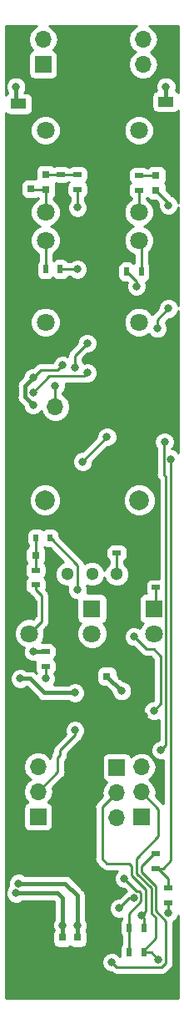
<source format=gbr>
G04 #@! TF.GenerationSoftware,KiCad,Pcbnew,(5.0.0)*
G04 #@! TF.CreationDate,2019-01-08T13:59:11-08:00*
G04 #@! TF.ProjectId,pcb,7063622E6B696361645F706362000000,rev?*
G04 #@! TF.SameCoordinates,Original*
G04 #@! TF.FileFunction,Copper,L2,Bot,Signal*
G04 #@! TF.FilePolarity,Positive*
%FSLAX46Y46*%
G04 Gerber Fmt 4.6, Leading zero omitted, Abs format (unit mm)*
G04 Created by KiCad (PCBNEW (5.0.0)) date 01/08/19 13:59:11*
%MOMM*%
%LPD*%
G01*
G04 APERTURE LIST*
G04 #@! TA.AperFunction,SMDPad,CuDef*
%ADD10R,1.600000X1.000000*%
G04 #@! TD*
G04 #@! TA.AperFunction,ComponentPad*
%ADD11C,1.300000*%
G04 #@! TD*
G04 #@! TA.AperFunction,ComponentPad*
%ADD12C,2.000000*%
G04 #@! TD*
G04 #@! TA.AperFunction,SMDPad,CuDef*
%ADD13R,0.750000X0.800000*%
G04 #@! TD*
G04 #@! TA.AperFunction,SMDPad,CuDef*
%ADD14R,0.800000X0.750000*%
G04 #@! TD*
G04 #@! TA.AperFunction,SMDPad,CuDef*
%ADD15R,0.900000X0.500000*%
G04 #@! TD*
G04 #@! TA.AperFunction,SMDPad,CuDef*
%ADD16R,0.500000X0.900000*%
G04 #@! TD*
G04 #@! TA.AperFunction,SMDPad,CuDef*
%ADD17R,0.600000X0.700000*%
G04 #@! TD*
G04 #@! TA.AperFunction,ComponentPad*
%ADD18C,1.800000*%
G04 #@! TD*
G04 #@! TA.AperFunction,ComponentPad*
%ADD19O,1.700000X1.700000*%
G04 #@! TD*
G04 #@! TA.AperFunction,ComponentPad*
%ADD20R,1.700000X1.700000*%
G04 #@! TD*
G04 #@! TA.AperFunction,ComponentPad*
%ADD21R,1.800000X1.800000*%
G04 #@! TD*
G04 #@! TA.AperFunction,ViaPad*
%ADD22C,0.800000*%
G04 #@! TD*
G04 #@! TA.AperFunction,Conductor*
%ADD23C,0.250000*%
G04 #@! TD*
G04 #@! TA.AperFunction,Conductor*
%ADD24C,0.400000*%
G04 #@! TD*
G04 #@! TA.AperFunction,Conductor*
%ADD25C,0.254000*%
G04 #@! TD*
G04 APERTURE END LIST*
D10*
G04 #@! TO.P,C2,1*
G04 #@! TO.N,GND*
X156000000Y-60750000D03*
G04 #@! TO.P,C2,2*
G04 #@! TO.N,VEE*
X156000000Y-57750000D03*
G04 #@! TD*
G04 #@! TO.P,C1,2*
G04 #@! TO.N,GND*
X141000000Y-61000000D03*
G04 #@! TO.P,C1,1*
G04 #@! TO.N,VCC*
X141000000Y-58000000D03*
G04 #@! TD*
D11*
G04 #@! TO.P,R7,1*
G04 #@! TO.N,AMP_OUT*
X146000000Y-105650000D03*
G04 #@! TO.P,R7,2*
G04 #@! TO.N,Net-(C7-Pad1)*
X148500000Y-105650000D03*
G04 #@! TO.P,R7,3*
G04 #@! TO.N,Net-(R7-Pad3)*
X151000000Y-105650000D03*
D12*
G04 #@! TO.P,R7,*
G04 #@! TO.N,*
X143700000Y-98150000D03*
X153300000Y-98150000D03*
G04 #@! TD*
D13*
G04 #@! TO.P,C16,1*
G04 #@! TO.N,AMP_OUT*
X155000000Y-66750000D03*
G04 #@! TO.P,C16,2*
G04 #@! TO.N,Net-(C16-Pad2)*
X155000000Y-65250000D03*
G04 #@! TD*
G04 #@! TO.P,C13,1*
G04 #@! TO.N,VCC*
X145500000Y-142500000D03*
G04 #@! TO.P,C13,2*
G04 #@! TO.N,GND*
X145500000Y-144000000D03*
G04 #@! TD*
G04 #@! TO.P,C12,2*
G04 #@! TO.N,VEE*
X147000000Y-142500000D03*
G04 #@! TO.P,C12,1*
G04 #@! TO.N,GND*
X147000000Y-144000000D03*
G04 #@! TD*
D14*
G04 #@! TO.P,C9,1*
G04 #@! TO.N,VCC*
X150000000Y-116000000D03*
G04 #@! TO.P,C9,2*
G04 #@! TO.N,GND*
X151500000Y-116000000D03*
G04 #@! TD*
G04 #@! TO.P,C8,2*
G04 #@! TO.N,GND*
X144250000Y-103750000D03*
G04 #@! TO.P,C8,1*
G04 #@! TO.N,Net-(C8-Pad1)*
X142750000Y-103750000D03*
G04 #@! TD*
D13*
G04 #@! TO.P,C5,1*
G04 #@! TO.N,Net-(C3-Pad1)*
X143800000Y-66650000D03*
G04 #@! TO.P,C5,2*
G04 #@! TO.N,Net-(C5-Pad2)*
X143800000Y-65150000D03*
G04 #@! TD*
G04 #@! TO.P,C3,1*
G04 #@! TO.N,Net-(C3-Pad1)*
X142300000Y-66600000D03*
G04 #@! TO.P,C3,2*
G04 #@! TO.N,GND*
X142300000Y-65100000D03*
G04 #@! TD*
D15*
G04 #@! TO.P,R5,1*
G04 #@! TO.N,Net-(C5-Pad2)*
X145300000Y-65150000D03*
G04 #@! TO.P,R5,2*
G04 #@! TO.N,GND*
X145300000Y-66650000D03*
G04 #@! TD*
G04 #@! TO.P,R32,2*
G04 #@! TO.N,Net-(C15-Pad2)*
X155000000Y-135500000D03*
G04 #@! TO.P,R32,1*
G04 #@! TO.N,Net-(D7-Pad1)*
X155000000Y-134000000D03*
G04 #@! TD*
G04 #@! TO.P,R31,1*
G04 #@! TO.N,Net-(C14-Pad1)*
X156250000Y-139000000D03*
G04 #@! TO.P,R31,2*
G04 #@! TO.N,Net-(C15-Pad2)*
X156250000Y-137500000D03*
G04 #@! TD*
D16*
G04 #@! TO.P,R28,1*
G04 #@! TO.N,Net-(C11-Pad1)*
X152250000Y-141500000D03*
G04 #@! TO.P,R28,2*
G04 #@! TO.N,Net-(D6-Pad2)*
X153750000Y-141500000D03*
G04 #@! TD*
G04 #@! TO.P,R29,2*
G04 #@! TO.N,Net-(Attack1-Pad2)*
X153750000Y-144000000D03*
G04 #@! TO.P,R29,1*
G04 #@! TO.N,Net-(C11-Pad1)*
X152250000Y-144000000D03*
G04 #@! TD*
D15*
G04 #@! TO.P,R4,2*
G04 #@! TO.N,Net-(C5-Pad2)*
X147000000Y-65150000D03*
G04 #@! TO.P,R4,1*
G04 #@! TO.N,Net-(R4-Pad1)*
X147000000Y-66650000D03*
G04 #@! TD*
D16*
G04 #@! TO.P,R3,1*
G04 #@! TO.N,Net-(J4-Pad3)*
X153500000Y-75000000D03*
G04 #@! TO.P,R3,2*
G04 #@! TO.N,GATE*
X152000000Y-75000000D03*
G04 #@! TD*
G04 #@! TO.P,R2,2*
G04 #@! TO.N,ENVELOPE*
X145250000Y-74750000D03*
G04 #@! TO.P,R2,1*
G04 #@! TO.N,Net-(J3-Pad3)*
X143750000Y-74750000D03*
G04 #@! TD*
D15*
G04 #@! TO.P,R1,1*
G04 #@! TO.N,Net-(J2-Pad3)*
X153250000Y-66750000D03*
G04 #@! TO.P,R1,2*
G04 #@! TO.N,Net-(C16-Pad2)*
X153250000Y-65250000D03*
G04 #@! TD*
G04 #@! TO.P,R8,2*
G04 #@! TO.N,GND*
X151000000Y-102000000D03*
G04 #@! TO.P,R8,1*
G04 #@! TO.N,Net-(R7-Pad3)*
X151000000Y-103500000D03*
G04 #@! TD*
G04 #@! TO.P,R10,2*
G04 #@! TO.N,GND*
X155000000Y-105500000D03*
G04 #@! TO.P,R10,1*
G04 #@! TO.N,Net-(LED3-Pad1)*
X155000000Y-107000000D03*
G04 #@! TD*
G04 #@! TO.P,R11,1*
G04 #@! TO.N,Net-(LED1-Pad2)*
X142750000Y-106750000D03*
G04 #@! TO.P,R11,2*
G04 #@! TO.N,Net-(C8-Pad1)*
X142750000Y-105250000D03*
G04 #@! TD*
G04 #@! TO.P,R12,2*
G04 #@! TO.N,Net-(R12-Pad2)*
X143750000Y-115000000D03*
G04 #@! TO.P,R12,1*
G04 #@! TO.N,VEE*
X143750000Y-113500000D03*
G04 #@! TD*
D17*
G04 #@! TO.P,D4,2*
G04 #@! TO.N,CLIP*
X144200000Y-102000000D03*
G04 #@! TO.P,D4,1*
G04 #@! TO.N,Net-(C8-Pad1)*
X142800000Y-102000000D03*
G04 #@! TD*
D18*
G04 #@! TO.P,J1,3*
G04 #@! TO.N,Net-(C3-Pad1)*
X143750000Y-68970000D03*
G04 #@! TO.P,J1,1*
G04 #@! TO.N,GND*
X143750000Y-57570000D03*
G04 #@! TO.P,J1,2*
G04 #@! TO.N,Net-(J1-Pad2)*
X143750000Y-60670000D03*
G04 #@! TD*
G04 #@! TO.P,J2,2*
G04 #@! TO.N,Net-(J2-Pad2)*
X153250000Y-60670000D03*
G04 #@! TO.P,J2,1*
G04 #@! TO.N,GND*
X153250000Y-57570000D03*
G04 #@! TO.P,J2,3*
G04 #@! TO.N,Net-(J2-Pad3)*
X153250000Y-68970000D03*
G04 #@! TD*
G04 #@! TO.P,J3,3*
G04 #@! TO.N,Net-(J3-Pad3)*
X143750000Y-71830000D03*
G04 #@! TO.P,J3,1*
G04 #@! TO.N,GND*
X143750000Y-83230000D03*
G04 #@! TO.P,J3,2*
G04 #@! TO.N,Net-(J3-Pad2)*
X143750000Y-80130000D03*
G04 #@! TD*
G04 #@! TO.P,J4,2*
G04 #@! TO.N,Net-(J4-Pad2)*
X153250000Y-80130000D03*
G04 #@! TO.P,J4,1*
G04 #@! TO.N,GND*
X153250000Y-83230000D03*
G04 #@! TO.P,J4,3*
G04 #@! TO.N,Net-(J4-Pad3)*
X153250000Y-71830000D03*
G04 #@! TD*
D19*
G04 #@! TO.P,MIC1,2*
G04 #@! TO.N,Net-(J1-Pad2)*
X144750000Y-88710000D03*
D20*
G04 #@! TO.P,MIC1,1*
G04 #@! TO.N,GND*
X144750000Y-91250000D03*
G04 #@! TD*
D19*
G04 #@! TO.P,Attack1,3*
G04 #@! TO.N,Net-(Attack1-Pad3)*
X153500000Y-125220000D03*
G04 #@! TO.P,Attack1,2*
G04 #@! TO.N,Net-(Attack1-Pad2)*
X153500000Y-127760000D03*
D20*
G04 #@! TO.P,Attack1,1*
G04 #@! TO.N,Net-(Attack1-Pad1)*
X153500000Y-130300000D03*
G04 #@! TD*
G04 #@! TO.P,Decay1,1*
G04 #@! TO.N,Net-(Decay1-Pad1)*
X151000000Y-125250000D03*
D19*
G04 #@! TO.P,Decay1,2*
G04 #@! TO.N,Net-(D6-Pad2)*
X151000000Y-127790000D03*
G04 #@! TO.P,Decay1,3*
G04 #@! TO.N,Net-(Decay1-Pad3)*
X151000000Y-130330000D03*
G04 #@! TD*
G04 #@! TO.P,Gate1,3*
G04 #@! TO.N,Net-(Gate1-Pad3)*
X143000000Y-125170000D03*
G04 #@! TO.P,Gate1,2*
G04 #@! TO.N,Net-(Gate1-Pad2)*
X143000000Y-127710000D03*
D20*
G04 #@! TO.P,Gate1,1*
G04 #@! TO.N,Net-(Gate1-Pad1)*
X143000000Y-130250000D03*
G04 #@! TD*
D19*
G04 #@! TO.P,JP4,10*
G04 #@! TO.N,Net-(D2-Pad1)*
X153660000Y-51460000D03*
G04 #@! TO.P,JP4,9*
X153660000Y-54000000D03*
G04 #@! TO.P,JP4,8*
G04 #@! TO.N,GND*
X151120000Y-51460000D03*
G04 #@! TO.P,JP4,7*
X151120000Y-54000000D03*
G04 #@! TO.P,JP4,6*
X148580000Y-51460000D03*
G04 #@! TO.P,JP4,5*
X148580000Y-54000000D03*
G04 #@! TO.P,JP4,4*
X146040000Y-51460000D03*
G04 #@! TO.P,JP4,3*
X146040000Y-54000000D03*
G04 #@! TO.P,JP4,2*
G04 #@! TO.N,Net-(D1-Pad2)*
X143500000Y-51460000D03*
D20*
G04 #@! TO.P,JP4,1*
X143500000Y-54000000D03*
G04 #@! TD*
D18*
G04 #@! TO.P,LED1,2*
G04 #@! TO.N,Net-(LED1-Pad2)*
X142110000Y-111690000D03*
D21*
G04 #@! TO.P,LED1,1*
G04 #@! TO.N,GND*
X142110000Y-109150000D03*
G04 #@! TD*
D18*
G04 #@! TO.P,LED2,2*
G04 #@! TO.N,Net-(LED2-Pad2)*
X148480000Y-111690000D03*
D21*
G04 #@! TO.P,LED2,1*
G04 #@! TO.N,Net-(LED2-Pad1)*
X148480000Y-109150000D03*
G04 #@! TD*
G04 #@! TO.P,LED3,1*
G04 #@! TO.N,Net-(LED3-Pad1)*
X154790000Y-109150000D03*
D18*
G04 #@! TO.P,LED3,2*
G04 #@! TO.N,Net-(LED3-Pad2)*
X154790000Y-111690000D03*
G04 #@! TD*
D22*
G04 #@! TO.N,VCC*
X140750000Y-56250000D03*
X140750000Y-138000000D03*
X145500000Y-141250000D03*
X151500000Y-117500000D03*
X141174990Y-116250000D03*
X146750000Y-117692400D03*
X142500000Y-87250000D03*
X148000000Y-85250000D03*
G04 #@! TO.N,AMP_OUT*
X147525000Y-94250000D03*
X150000000Y-91750000D03*
X155123002Y-80750000D03*
X156262653Y-78737347D03*
X156250000Y-68250000D03*
G04 #@! TO.N,VEE*
X156000000Y-56250000D03*
X141000000Y-137000000D03*
X147000000Y-141250000D03*
X142500000Y-113500000D03*
X142500000Y-85750000D03*
X145500000Y-84500000D03*
X142500000Y-88500000D03*
G04 #@! TO.N,ENVELOPE*
X155500000Y-123500000D03*
X155848002Y-92250000D03*
X147000000Y-74750000D03*
G04 #@! TO.N,GND*
X150750000Y-141250000D03*
X146750000Y-133750000D03*
X153750000Y-120000000D03*
X147750000Y-126250000D03*
X143750000Y-123250000D03*
X143250000Y-134250000D03*
X142500000Y-92250000D03*
X152750000Y-116500000D03*
X150250000Y-58000000D03*
X150000000Y-79500000D03*
G04 #@! TO.N,GATE*
X153000000Y-76500000D03*
G04 #@! TO.N,CLIP*
X154750000Y-119500000D03*
X152750000Y-112000000D03*
X147000000Y-107250000D03*
G04 #@! TO.N,Net-(Gate1-Pad2)*
X146750000Y-121500000D03*
G04 #@! TO.N,Net-(Attack1-Pad2)*
X155250000Y-144750000D03*
G04 #@! TO.N,Net-(D6-Pad2)*
X153500000Y-140250000D03*
G04 #@! TO.N,Net-(J1-Pad2)*
X144750000Y-86562653D03*
G04 #@! TO.N,Net-(C11-Pad1)*
X151750000Y-136500000D03*
G04 #@! TO.N,Net-(C14-Pad1)*
X152750000Y-138500000D03*
X151250000Y-139525001D03*
X156250000Y-140000000D03*
G04 #@! TO.N,Net-(D7-Pad1)*
X150500000Y-145000000D03*
G04 #@! TO.N,Net-(C15-Pad2)*
X156500000Y-94000000D03*
G04 #@! TO.N,Net-(R4-Pad1)*
X146750000Y-84750000D03*
X148000000Y-82250000D03*
X147000000Y-68500000D03*
G04 #@! TO.N,Net-(R12-Pad2)*
X143750000Y-116250000D03*
G04 #@! TD*
D23*
G04 #@! TO.N,Net-(C3-Pad1)*
X143750000Y-68970000D02*
X143750000Y-67824320D01*
D24*
G04 #@! TO.N,VCC*
X140750000Y-57750000D02*
X141000000Y-58000000D01*
X140750000Y-56250000D02*
X140750000Y-57750000D01*
X145500000Y-142500000D02*
X145500000Y-141250000D01*
X144500000Y-138000000D02*
X140750000Y-138000000D01*
X145000000Y-138000000D02*
X144500000Y-138000000D01*
X145500000Y-141250000D02*
X145500000Y-138500000D01*
X145500000Y-138500000D02*
X145000000Y-138000000D01*
X151500000Y-117500000D02*
X150000000Y-116000000D01*
X141174990Y-116250000D02*
X142184315Y-116250000D01*
X142184315Y-116250000D02*
X143434315Y-117500000D01*
X143626715Y-117692400D02*
X143434315Y-117500000D01*
X146750000Y-117692400D02*
X143626715Y-117692400D01*
D23*
X146233203Y-85600001D02*
X147649999Y-85600001D01*
X147649999Y-85600001D02*
X148000000Y-85250000D01*
X144149999Y-85600001D02*
X142500000Y-87250000D01*
X145750000Y-85600001D02*
X144149999Y-85600001D01*
X145750000Y-85600001D02*
X146233203Y-85600001D01*
X145600001Y-85600001D02*
X145750000Y-85600001D01*
G04 #@! TO.N,AMP_OUT*
X147525000Y-94250000D02*
X150000000Y-91775000D01*
X150000000Y-91775000D02*
X150000000Y-91750000D01*
X155123002Y-80750000D02*
X155123002Y-79876998D01*
X155123002Y-79876998D02*
X156262653Y-78737347D01*
X156250000Y-68000000D02*
X155000000Y-66750000D01*
X156250000Y-68250000D02*
X156250000Y-68000000D01*
D24*
G04 #@! TO.N,VEE*
X156000000Y-56250000D02*
X156000000Y-57750000D01*
X141000000Y-137000000D02*
X145750000Y-137000000D01*
X145750000Y-137000000D02*
X147000000Y-138250000D01*
X147000000Y-138250000D02*
X147000000Y-141250000D01*
X147000000Y-141250000D02*
X147000000Y-142500000D01*
X142500000Y-113500000D02*
X143750000Y-113500000D01*
D23*
X145000000Y-85000000D02*
X145500000Y-84500000D01*
X143250000Y-85000000D02*
X142500000Y-85750000D01*
X145000000Y-85000000D02*
X143250000Y-85000000D01*
D24*
X141699999Y-87699999D02*
X142500000Y-88500000D01*
X142500000Y-85750000D02*
X141699999Y-86550001D01*
X141699999Y-86550001D02*
X141699999Y-87699999D01*
D23*
G04 #@! TO.N,ENVELOPE*
X156015001Y-122984999D02*
X156015001Y-95765001D01*
X155500000Y-123500000D02*
X156015001Y-122984999D01*
X155774999Y-92323003D02*
X155848002Y-92250000D01*
X156015001Y-95765001D02*
X155774999Y-95524999D01*
X155774999Y-95524999D02*
X155774999Y-92323003D01*
X147000000Y-74750000D02*
X145250000Y-74750000D01*
G04 #@! TO.N,GND*
X152000000Y-116500000D02*
X151500000Y-116000000D01*
X153000000Y-116500000D02*
X152000000Y-116500000D01*
G04 #@! TO.N,GATE*
X153000000Y-76000000D02*
X152000000Y-75000000D01*
X153000000Y-76500000D02*
X153000000Y-76000000D01*
G04 #@! TO.N,CLIP*
X154750000Y-119500000D02*
X155500000Y-118750000D01*
X155500000Y-118750000D02*
X155500000Y-114000000D01*
X155500000Y-114000000D02*
X154750000Y-113250000D01*
X154750000Y-113250000D02*
X154000000Y-113250000D01*
X154000000Y-113250000D02*
X153000000Y-112250000D01*
X153000000Y-112250000D02*
X152750000Y-112000000D01*
X147000000Y-107250000D02*
X147000000Y-104750000D01*
X147000000Y-104750000D02*
X144250000Y-102000000D01*
G04 #@! TO.N,Net-(Gate1-Pad2)*
X143000000Y-127710000D02*
X145000000Y-125710000D01*
X145000000Y-125710000D02*
X145000000Y-124250000D01*
X145000000Y-124250000D02*
X145250000Y-124000000D01*
X145250000Y-124000000D02*
X145250000Y-123500000D01*
X145250000Y-123500000D02*
X146750000Y-122000000D01*
X146750000Y-122000000D02*
X146750000Y-121500000D01*
G04 #@! TO.N,Net-(Attack1-Pad2)*
X153750000Y-144000000D02*
X154500000Y-144000000D01*
X154500000Y-144000000D02*
X155250000Y-144750000D01*
X155250000Y-129510000D02*
X153500000Y-127760000D01*
X155250000Y-132250000D02*
X155250000Y-129510000D01*
X153000000Y-134500000D02*
X155250000Y-132250000D01*
X153000000Y-136000000D02*
X153000000Y-134500000D01*
X153750000Y-143800000D02*
X155000000Y-142550000D01*
X153750000Y-144000000D02*
X153750000Y-143800000D01*
X155000000Y-142550000D02*
X155000000Y-140500000D01*
X155000000Y-140500000D02*
X154500000Y-140000000D01*
X154500000Y-140000000D02*
X154500000Y-137500000D01*
X154500000Y-137500000D02*
X153000000Y-136000000D01*
G04 #@! TO.N,Net-(D6-Pad2)*
X149500000Y-129290000D02*
X151000000Y-127790000D01*
X149500000Y-134500000D02*
X149500000Y-129290000D01*
X150000000Y-135000000D02*
X149500000Y-134500000D01*
X152250000Y-135000000D02*
X150000000Y-135000000D01*
X153750000Y-141500000D02*
X153750000Y-141500000D01*
X153925011Y-137602009D02*
X152500000Y-136176998D01*
X152500000Y-136176998D02*
X152500000Y-135250000D01*
X152500000Y-135250000D02*
X152250000Y-135000000D01*
X153750000Y-140500000D02*
X153500000Y-140250000D01*
X153750000Y-141500000D02*
X153750000Y-140500000D01*
X153925011Y-139824989D02*
X153925011Y-139500000D01*
X153500000Y-140250000D02*
X153925011Y-139824989D01*
X153925011Y-139500000D02*
X153925011Y-137602009D01*
G04 #@! TO.N,Net-(J3-Pad3)*
X143750000Y-74750000D02*
X143750000Y-71830000D01*
G04 #@! TO.N,Net-(J4-Pad3)*
X153500000Y-72080000D02*
X153250000Y-71830000D01*
X153500000Y-75000000D02*
X153500000Y-72080000D01*
G04 #@! TO.N,Net-(C8-Pad1)*
X142750000Y-105250000D02*
X142750000Y-103750000D01*
X142750000Y-102050000D02*
X142800000Y-102000000D01*
X142750000Y-103750000D02*
X142750000Y-102050000D01*
G04 #@! TO.N,Net-(C3-Pad1)*
X143750000Y-66700000D02*
X143800000Y-66650000D01*
X143750000Y-68970000D02*
X143750000Y-66700000D01*
X142350000Y-66650000D02*
X142300000Y-66600000D01*
X143800000Y-66650000D02*
X142350000Y-66650000D01*
G04 #@! TO.N,Net-(J1-Pad2)*
X144750000Y-86562653D02*
X144750000Y-88710000D01*
G04 #@! TO.N,Net-(C5-Pad2)*
X143800000Y-65150000D02*
X145300000Y-65150000D01*
X145300000Y-65150000D02*
X147000000Y-65150000D01*
G04 #@! TO.N,Net-(C11-Pad1)*
X152250000Y-141700000D02*
X152250000Y-144000000D01*
X152250000Y-141500000D02*
X152250000Y-141700000D01*
X152250000Y-140800000D02*
X152250000Y-141500000D01*
X151750000Y-136500000D02*
X153024999Y-137774999D01*
X153024999Y-137774999D02*
X153274999Y-137774999D01*
X153274999Y-137774999D02*
X153475001Y-137975001D01*
X153475001Y-137975001D02*
X153475001Y-138848001D01*
X153475001Y-138848001D02*
X152250000Y-140073002D01*
X152250000Y-140073002D02*
X152250000Y-140800000D01*
G04 #@! TO.N,Net-(C14-Pad1)*
X152750000Y-138500000D02*
X152275001Y-138500000D01*
X152275001Y-138500000D02*
X151250000Y-139525001D01*
X156250000Y-139000000D02*
X156250000Y-140000000D01*
G04 #@! TO.N,Net-(C16-Pad2)*
X153250000Y-65250000D02*
X155000000Y-65250000D01*
G04 #@! TO.N,Net-(C15-Pad2)*
X155200000Y-135500000D02*
X155000000Y-135500000D01*
X156250000Y-136550000D02*
X155200000Y-135500000D01*
X156250000Y-137500000D02*
X156250000Y-136550000D01*
X155700000Y-135500000D02*
X156500000Y-134700000D01*
X155000000Y-135500000D02*
X155700000Y-135500000D01*
X156500000Y-134700000D02*
X156500000Y-110500000D01*
X156500000Y-110500000D02*
X156500000Y-94000000D01*
G04 #@! TO.N,Net-(D7-Pad1)*
X154800000Y-134000000D02*
X155000000Y-134000000D01*
X153500000Y-135300000D02*
X154800000Y-134000000D01*
X153500000Y-135863590D02*
X153500000Y-135300000D01*
X154950009Y-137313599D02*
X153500000Y-135863590D01*
X150500000Y-145000000D02*
X151000000Y-145500000D01*
X151000000Y-145500000D02*
X155573002Y-145500000D01*
X155573002Y-145500000D02*
X156000000Y-145073002D01*
X156000000Y-145073002D02*
X156000000Y-140823002D01*
X156000000Y-140823002D02*
X154950010Y-139773012D01*
X154950010Y-139773012D02*
X154950009Y-137313599D01*
G04 #@! TO.N,Net-(J2-Pad3)*
X153250000Y-66750000D02*
X153250000Y-68970000D01*
G04 #@! TO.N,Net-(LED1-Pad2)*
X142750000Y-107250000D02*
X142750000Y-106750000D01*
X143335001Y-107835001D02*
X142750000Y-107250000D01*
X143335001Y-110464999D02*
X143335001Y-107835001D01*
X142110000Y-111690000D02*
X143335001Y-110464999D01*
G04 #@! TO.N,Net-(LED3-Pad1)*
X155000000Y-108940000D02*
X154790000Y-109150000D01*
X155000000Y-107000000D02*
X155000000Y-108940000D01*
G04 #@! TO.N,Net-(R4-Pad1)*
X146750000Y-84750000D02*
X146750000Y-83500000D01*
X146750000Y-83500000D02*
X148000000Y-82250000D01*
X147000000Y-68500000D02*
X147000000Y-66650000D01*
G04 #@! TO.N,Net-(R7-Pad3)*
X151000000Y-105650000D02*
X151000000Y-103500000D01*
G04 #@! TO.N,Net-(R12-Pad2)*
X143750000Y-116250000D02*
X143750000Y-115000000D01*
G04 #@! TD*
D25*
G04 #@! TO.N,GND*
G36*
X142429375Y-50389375D02*
X142101161Y-50880582D01*
X141985908Y-51460000D01*
X142101161Y-52039418D01*
X142429375Y-52530625D01*
X142447619Y-52542816D01*
X142402235Y-52551843D01*
X142192191Y-52692191D01*
X142051843Y-52902235D01*
X142002560Y-53150000D01*
X142002560Y-54850000D01*
X142051843Y-55097765D01*
X142192191Y-55307809D01*
X142402235Y-55448157D01*
X142650000Y-55497440D01*
X144350000Y-55497440D01*
X144597765Y-55448157D01*
X144807809Y-55307809D01*
X144948157Y-55097765D01*
X144997440Y-54850000D01*
X144997440Y-53150000D01*
X144948157Y-52902235D01*
X144807809Y-52692191D01*
X144597765Y-52551843D01*
X144552381Y-52542816D01*
X144570625Y-52530625D01*
X144898839Y-52039418D01*
X145014092Y-51460000D01*
X144898839Y-50880582D01*
X144570625Y-50389375D01*
X144115335Y-50085160D01*
X153044665Y-50085160D01*
X152589375Y-50389375D01*
X152261161Y-50880582D01*
X152145908Y-51460000D01*
X152261161Y-52039418D01*
X152589375Y-52530625D01*
X152887761Y-52730000D01*
X152589375Y-52929375D01*
X152261161Y-53420582D01*
X152145908Y-54000000D01*
X152261161Y-54579418D01*
X152589375Y-55070625D01*
X153080582Y-55398839D01*
X153513744Y-55485000D01*
X153806256Y-55485000D01*
X154239418Y-55398839D01*
X154730625Y-55070625D01*
X155058839Y-54579418D01*
X155174092Y-54000000D01*
X155058839Y-53420582D01*
X154730625Y-52929375D01*
X154432239Y-52730000D01*
X154730625Y-52530625D01*
X155058839Y-52039418D01*
X155174092Y-51460000D01*
X155058839Y-50880582D01*
X154730625Y-50389375D01*
X154275335Y-50085160D01*
X157279000Y-50085160D01*
X157279000Y-56823905D01*
X157257809Y-56792191D01*
X157047765Y-56651843D01*
X156960978Y-56634580D01*
X157035000Y-56455874D01*
X157035000Y-56044126D01*
X156877431Y-55663720D01*
X156586280Y-55372569D01*
X156205874Y-55215000D01*
X155794126Y-55215000D01*
X155413720Y-55372569D01*
X155122569Y-55663720D01*
X154965000Y-56044126D01*
X154965000Y-56455874D01*
X155039022Y-56634580D01*
X154952235Y-56651843D01*
X154742191Y-56792191D01*
X154601843Y-57002235D01*
X154552560Y-57250000D01*
X154552560Y-58250000D01*
X154601843Y-58497765D01*
X154742191Y-58707809D01*
X154952235Y-58848157D01*
X155200000Y-58897440D01*
X156800000Y-58897440D01*
X157047765Y-58848157D01*
X157257809Y-58707809D01*
X157279000Y-58676095D01*
X157279000Y-68029641D01*
X157127431Y-67663720D01*
X156836280Y-67372569D01*
X156599148Y-67274346D01*
X156022440Y-66697639D01*
X156022440Y-66350000D01*
X155973157Y-66102235D01*
X155904845Y-66000000D01*
X155973157Y-65897765D01*
X156022440Y-65650000D01*
X156022440Y-64850000D01*
X155973157Y-64602235D01*
X155832809Y-64392191D01*
X155622765Y-64251843D01*
X155375000Y-64202560D01*
X154625000Y-64202560D01*
X154377235Y-64251843D01*
X154167191Y-64392191D01*
X154101837Y-64490000D01*
X154079700Y-64490000D01*
X153947765Y-64401843D01*
X153700000Y-64352560D01*
X152800000Y-64352560D01*
X152552235Y-64401843D01*
X152342191Y-64542191D01*
X152201843Y-64752235D01*
X152152560Y-65000000D01*
X152152560Y-65500000D01*
X152201843Y-65747765D01*
X152342191Y-65957809D01*
X152405334Y-66000000D01*
X152342191Y-66042191D01*
X152201843Y-66252235D01*
X152152560Y-66500000D01*
X152152560Y-67000000D01*
X152201843Y-67247765D01*
X152342191Y-67457809D01*
X152490000Y-67556573D01*
X152490000Y-67623331D01*
X152380493Y-67668690D01*
X151948690Y-68100493D01*
X151715000Y-68664670D01*
X151715000Y-69275330D01*
X151948690Y-69839507D01*
X152380493Y-70271310D01*
X152691178Y-70400000D01*
X152380493Y-70528690D01*
X151948690Y-70960493D01*
X151715000Y-71524670D01*
X151715000Y-72135330D01*
X151948690Y-72699507D01*
X152380493Y-73131310D01*
X152740001Y-73280223D01*
X152740000Y-74140368D01*
X152707809Y-74092191D01*
X152497765Y-73951843D01*
X152250000Y-73902560D01*
X151750000Y-73902560D01*
X151502235Y-73951843D01*
X151292191Y-74092191D01*
X151151843Y-74302235D01*
X151102560Y-74550000D01*
X151102560Y-75450000D01*
X151151843Y-75697765D01*
X151292191Y-75907809D01*
X151502235Y-76048157D01*
X151750000Y-76097440D01*
X152022638Y-76097440D01*
X152039490Y-76114291D01*
X151965000Y-76294126D01*
X151965000Y-76705874D01*
X152122569Y-77086280D01*
X152413720Y-77377431D01*
X152794126Y-77535000D01*
X153205874Y-77535000D01*
X153586280Y-77377431D01*
X153877431Y-77086280D01*
X154035000Y-76705874D01*
X154035000Y-76294126D01*
X153938038Y-76060037D01*
X153997765Y-76048157D01*
X154207809Y-75907809D01*
X154348157Y-75697765D01*
X154397440Y-75450000D01*
X154397440Y-74550000D01*
X154348157Y-74302235D01*
X154260000Y-74170300D01*
X154260000Y-72990817D01*
X154551310Y-72699507D01*
X154785000Y-72135330D01*
X154785000Y-71524670D01*
X154551310Y-70960493D01*
X154119507Y-70528690D01*
X153808822Y-70400000D01*
X154119507Y-70271310D01*
X154551310Y-69839507D01*
X154785000Y-69275330D01*
X154785000Y-68664670D01*
X154551310Y-68100493D01*
X154119507Y-67668690D01*
X154010000Y-67623331D01*
X154010000Y-67556573D01*
X154095004Y-67499774D01*
X154167191Y-67607809D01*
X154377235Y-67748157D01*
X154625000Y-67797440D01*
X154972639Y-67797440D01*
X155216267Y-68041068D01*
X155215000Y-68044126D01*
X155215000Y-68455874D01*
X155372569Y-68836280D01*
X155663720Y-69127431D01*
X156044126Y-69285000D01*
X156455874Y-69285000D01*
X156836280Y-69127431D01*
X157127431Y-68836280D01*
X157279000Y-68470359D01*
X157279000Y-78486441D01*
X157140084Y-78151067D01*
X156848933Y-77859916D01*
X156468527Y-77702347D01*
X156056779Y-77702347D01*
X155676373Y-77859916D01*
X155385222Y-78151067D01*
X155227653Y-78531473D01*
X155227653Y-78697545D01*
X154638530Y-79286669D01*
X154578709Y-79326640D01*
X154551310Y-79260493D01*
X154119507Y-78828690D01*
X153555330Y-78595000D01*
X152944670Y-78595000D01*
X152380493Y-78828690D01*
X151948690Y-79260493D01*
X151715000Y-79824670D01*
X151715000Y-80435330D01*
X151948690Y-80999507D01*
X152380493Y-81431310D01*
X152944670Y-81665000D01*
X153555330Y-81665000D01*
X154119507Y-81431310D01*
X154236481Y-81314336D01*
X154245571Y-81336280D01*
X154536722Y-81627431D01*
X154917128Y-81785000D01*
X155328876Y-81785000D01*
X155709282Y-81627431D01*
X156000433Y-81336280D01*
X156158002Y-80955874D01*
X156158002Y-80544126D01*
X156000433Y-80163720D01*
X155955757Y-80119044D01*
X156302455Y-79772347D01*
X156468527Y-79772347D01*
X156848933Y-79614778D01*
X157140084Y-79323627D01*
X157279000Y-78988253D01*
X157279000Y-93315289D01*
X157086280Y-93122569D01*
X156705874Y-92965000D01*
X156596713Y-92965000D01*
X156725433Y-92836280D01*
X156883002Y-92455874D01*
X156883002Y-92044126D01*
X156725433Y-91663720D01*
X156434282Y-91372569D01*
X156053876Y-91215000D01*
X155642128Y-91215000D01*
X155261722Y-91372569D01*
X154970571Y-91663720D01*
X154813002Y-92044126D01*
X154813002Y-92455874D01*
X154970571Y-92836280D01*
X155015000Y-92880709D01*
X155014999Y-95450152D01*
X155000111Y-95524999D01*
X155014999Y-95599846D01*
X155014999Y-95599850D01*
X155059095Y-95821535D01*
X155227070Y-96072928D01*
X155255002Y-96091592D01*
X155255002Y-106102560D01*
X154550000Y-106102560D01*
X154302235Y-106151843D01*
X154092191Y-106292191D01*
X153951843Y-106502235D01*
X153902560Y-106750000D01*
X153902560Y-107250000D01*
X153951843Y-107497765D01*
X154021865Y-107602560D01*
X153890000Y-107602560D01*
X153642235Y-107651843D01*
X153432191Y-107792191D01*
X153291843Y-108002235D01*
X153242560Y-108250000D01*
X153242560Y-110050000D01*
X153291843Y-110297765D01*
X153432191Y-110507809D01*
X153642235Y-110648157D01*
X153657908Y-110651275D01*
X153488690Y-110820493D01*
X153355574Y-111141863D01*
X153336280Y-111122569D01*
X152955874Y-110965000D01*
X152544126Y-110965000D01*
X152163720Y-111122569D01*
X151872569Y-111413720D01*
X151715000Y-111794126D01*
X151715000Y-112205874D01*
X151872569Y-112586280D01*
X152163720Y-112877431D01*
X152544126Y-113035000D01*
X152710199Y-113035000D01*
X153409670Y-113734472D01*
X153452071Y-113797929D01*
X153703463Y-113965904D01*
X153925148Y-114010000D01*
X153925152Y-114010000D01*
X154000000Y-114024888D01*
X154074848Y-114010000D01*
X154435199Y-114010000D01*
X154740001Y-114314803D01*
X154740000Y-118435198D01*
X154710198Y-118465000D01*
X154544126Y-118465000D01*
X154163720Y-118622569D01*
X153872569Y-118913720D01*
X153715000Y-119294126D01*
X153715000Y-119705874D01*
X153872569Y-120086280D01*
X154163720Y-120377431D01*
X154544126Y-120535000D01*
X154955874Y-120535000D01*
X155255001Y-120411098D01*
X155255001Y-122481206D01*
X154913720Y-122622569D01*
X154622569Y-122913720D01*
X154465000Y-123294126D01*
X154465000Y-123705874D01*
X154622569Y-124086280D01*
X154913720Y-124377431D01*
X155294126Y-124535000D01*
X155705874Y-124535000D01*
X155740000Y-124520864D01*
X155740000Y-128923364D01*
X155734473Y-128919671D01*
X154941209Y-128126408D01*
X155014092Y-127760000D01*
X154898839Y-127180582D01*
X154570625Y-126689375D01*
X154272239Y-126490000D01*
X154570625Y-126290625D01*
X154898839Y-125799418D01*
X155014092Y-125220000D01*
X154898839Y-124640582D01*
X154570625Y-124149375D01*
X154079418Y-123821161D01*
X153646256Y-123735000D01*
X153353744Y-123735000D01*
X152920582Y-123821161D01*
X152441039Y-124141582D01*
X152307809Y-123942191D01*
X152097765Y-123801843D01*
X151850000Y-123752560D01*
X150150000Y-123752560D01*
X149902235Y-123801843D01*
X149692191Y-123942191D01*
X149551843Y-124152235D01*
X149502560Y-124400000D01*
X149502560Y-126100000D01*
X149551843Y-126347765D01*
X149692191Y-126557809D01*
X149902235Y-126698157D01*
X149947619Y-126707184D01*
X149929375Y-126719375D01*
X149601161Y-127210582D01*
X149485908Y-127790000D01*
X149558791Y-128156407D01*
X149015528Y-128699671D01*
X148952072Y-128742071D01*
X148909672Y-128805527D01*
X148909671Y-128805528D01*
X148784097Y-128993463D01*
X148725112Y-129290000D01*
X148740001Y-129364852D01*
X148740000Y-134425153D01*
X148725112Y-134500000D01*
X148740000Y-134574847D01*
X148740000Y-134574851D01*
X148784096Y-134796536D01*
X148952071Y-135047929D01*
X149015529Y-135090331D01*
X149409671Y-135484472D01*
X149452071Y-135547929D01*
X149515527Y-135590329D01*
X149703462Y-135715904D01*
X149749755Y-135725112D01*
X149925148Y-135760000D01*
X149925152Y-135760000D01*
X150000000Y-135774888D01*
X150074848Y-135760000D01*
X151026289Y-135760000D01*
X150872569Y-135913720D01*
X150715000Y-136294126D01*
X150715000Y-136705874D01*
X150872569Y-137086280D01*
X151163720Y-137377431D01*
X151544126Y-137535000D01*
X151710199Y-137535000D01*
X151966973Y-137791774D01*
X151959845Y-137796537D01*
X151790527Y-137909671D01*
X151790525Y-137909673D01*
X151727072Y-137952071D01*
X151684674Y-138015525D01*
X151210198Y-138490001D01*
X151044126Y-138490001D01*
X150663720Y-138647570D01*
X150372569Y-138938721D01*
X150215000Y-139319127D01*
X150215000Y-139730875D01*
X150372569Y-140111281D01*
X150663720Y-140402432D01*
X151044126Y-140560001D01*
X151455874Y-140560001D01*
X151490000Y-140545866D01*
X151490000Y-140670300D01*
X151401843Y-140802235D01*
X151352560Y-141050000D01*
X151352560Y-141950000D01*
X151401843Y-142197765D01*
X151490000Y-142329701D01*
X151490001Y-143170299D01*
X151401843Y-143302235D01*
X151352560Y-143550000D01*
X151352560Y-144388849D01*
X151086280Y-144122569D01*
X150705874Y-143965000D01*
X150294126Y-143965000D01*
X149913720Y-144122569D01*
X149622569Y-144413720D01*
X149465000Y-144794126D01*
X149465000Y-145205874D01*
X149622569Y-145586280D01*
X149913720Y-145877431D01*
X150294126Y-146035000D01*
X150443432Y-146035000D01*
X150452071Y-146047929D01*
X150515527Y-146090329D01*
X150703462Y-146215904D01*
X150751605Y-146225480D01*
X150925148Y-146260000D01*
X150925152Y-146260000D01*
X151000000Y-146274888D01*
X151074848Y-146260000D01*
X155498155Y-146260000D01*
X155573002Y-146274888D01*
X155647849Y-146260000D01*
X155647854Y-146260000D01*
X155869539Y-146215904D01*
X156120931Y-146047929D01*
X156163333Y-145984471D01*
X156484473Y-145663331D01*
X156547929Y-145620931D01*
X156715904Y-145369539D01*
X156760000Y-145147854D01*
X156760000Y-145147850D01*
X156774888Y-145073003D01*
X156760000Y-144998156D01*
X156760000Y-140909027D01*
X156836280Y-140877431D01*
X157127431Y-140586280D01*
X157279001Y-140220357D01*
X157279001Y-148665160D01*
X139699000Y-148665160D01*
X139699000Y-137794126D01*
X139715000Y-137794126D01*
X139715000Y-138205874D01*
X139872569Y-138586280D01*
X140163720Y-138877431D01*
X140544126Y-139035000D01*
X140955874Y-139035000D01*
X141336280Y-138877431D01*
X141378711Y-138835000D01*
X144654133Y-138835000D01*
X144665001Y-138845868D01*
X144665000Y-140621289D01*
X144622569Y-140663720D01*
X144465000Y-141044126D01*
X144465000Y-141455874D01*
X144590016Y-141757690D01*
X144526843Y-141852235D01*
X144477560Y-142100000D01*
X144477560Y-142900000D01*
X144526843Y-143147765D01*
X144667191Y-143357809D01*
X144877235Y-143498157D01*
X145125000Y-143547440D01*
X145875000Y-143547440D01*
X146122765Y-143498157D01*
X146250000Y-143413141D01*
X146377235Y-143498157D01*
X146625000Y-143547440D01*
X147375000Y-143547440D01*
X147622765Y-143498157D01*
X147832809Y-143357809D01*
X147973157Y-143147765D01*
X148022440Y-142900000D01*
X148022440Y-142100000D01*
X147973157Y-141852235D01*
X147909984Y-141757690D01*
X148035000Y-141455874D01*
X148035000Y-141044126D01*
X147877431Y-140663720D01*
X147835000Y-140621289D01*
X147835000Y-138332237D01*
X147851358Y-138250000D01*
X147786552Y-137924199D01*
X147692938Y-137784096D01*
X147602001Y-137647999D01*
X147532283Y-137601415D01*
X146398587Y-136467720D01*
X146352001Y-136397999D01*
X146075801Y-136213448D01*
X145832237Y-136165000D01*
X145832233Y-136165000D01*
X145750000Y-136148643D01*
X145667767Y-136165000D01*
X141628711Y-136165000D01*
X141586280Y-136122569D01*
X141205874Y-135965000D01*
X140794126Y-135965000D01*
X140413720Y-136122569D01*
X140122569Y-136413720D01*
X139965000Y-136794126D01*
X139965000Y-137205874D01*
X139998804Y-137287485D01*
X139872569Y-137413720D01*
X139715000Y-137794126D01*
X139699000Y-137794126D01*
X139699000Y-125170000D01*
X141485908Y-125170000D01*
X141601161Y-125749418D01*
X141929375Y-126240625D01*
X142227761Y-126440000D01*
X141929375Y-126639375D01*
X141601161Y-127130582D01*
X141485908Y-127710000D01*
X141601161Y-128289418D01*
X141929375Y-128780625D01*
X141947619Y-128792816D01*
X141902235Y-128801843D01*
X141692191Y-128942191D01*
X141551843Y-129152235D01*
X141502560Y-129400000D01*
X141502560Y-131100000D01*
X141551843Y-131347765D01*
X141692191Y-131557809D01*
X141902235Y-131698157D01*
X142150000Y-131747440D01*
X143850000Y-131747440D01*
X144097765Y-131698157D01*
X144307809Y-131557809D01*
X144448157Y-131347765D01*
X144497440Y-131100000D01*
X144497440Y-129400000D01*
X144448157Y-129152235D01*
X144307809Y-128942191D01*
X144097765Y-128801843D01*
X144052381Y-128792816D01*
X144070625Y-128780625D01*
X144398839Y-128289418D01*
X144514092Y-127710000D01*
X144441209Y-127343592D01*
X145484473Y-126300329D01*
X145547929Y-126257929D01*
X145715904Y-126006537D01*
X145760000Y-125784852D01*
X145760000Y-125784848D01*
X145774888Y-125710001D01*
X145760000Y-125635154D01*
X145760000Y-124573272D01*
X145797929Y-124547929D01*
X145965904Y-124296537D01*
X146010000Y-124074852D01*
X146010000Y-124074848D01*
X146024888Y-124000001D01*
X146010000Y-123925154D01*
X146010000Y-123814801D01*
X147234476Y-122590327D01*
X147297929Y-122547929D01*
X147340327Y-122484476D01*
X147340329Y-122484474D01*
X147465903Y-122296538D01*
X147465904Y-122296537D01*
X147478004Y-122235707D01*
X147627431Y-122086280D01*
X147785000Y-121705874D01*
X147785000Y-121294126D01*
X147627431Y-120913720D01*
X147336280Y-120622569D01*
X146955874Y-120465000D01*
X146544126Y-120465000D01*
X146163720Y-120622569D01*
X145872569Y-120913720D01*
X145715000Y-121294126D01*
X145715000Y-121705874D01*
X145789490Y-121885708D01*
X144765528Y-122909671D01*
X144702072Y-122952071D01*
X144534096Y-123203463D01*
X144490000Y-123425148D01*
X144490000Y-123425153D01*
X144475112Y-123500000D01*
X144490000Y-123574847D01*
X144490000Y-123676728D01*
X144452072Y-123702071D01*
X144409672Y-123765527D01*
X144409671Y-123765528D01*
X144385406Y-123801843D01*
X144284097Y-123953463D01*
X144265307Y-124047929D01*
X144225112Y-124250000D01*
X144240001Y-124324851D01*
X144240001Y-124352864D01*
X144070625Y-124099375D01*
X143579418Y-123771161D01*
X143146256Y-123685000D01*
X142853744Y-123685000D01*
X142420582Y-123771161D01*
X141929375Y-124099375D01*
X141601161Y-124590582D01*
X141485908Y-125170000D01*
X139699000Y-125170000D01*
X139699000Y-116044126D01*
X140139990Y-116044126D01*
X140139990Y-116455874D01*
X140297559Y-116836280D01*
X140588710Y-117127431D01*
X140969116Y-117285000D01*
X141380864Y-117285000D01*
X141761270Y-117127431D01*
X141803701Y-117085000D01*
X141838448Y-117085000D01*
X142902031Y-118148584D01*
X142902034Y-118148586D01*
X142978128Y-118224680D01*
X143024714Y-118294401D01*
X143300914Y-118478952D01*
X143544478Y-118527400D01*
X143626715Y-118543758D01*
X143708952Y-118527400D01*
X146121289Y-118527400D01*
X146163720Y-118569831D01*
X146544126Y-118727400D01*
X146955874Y-118727400D01*
X147336280Y-118569831D01*
X147627431Y-118278680D01*
X147785000Y-117898274D01*
X147785000Y-117486526D01*
X147627431Y-117106120D01*
X147336280Y-116814969D01*
X146955874Y-116657400D01*
X146544126Y-116657400D01*
X146163720Y-116814969D01*
X146121289Y-116857400D01*
X144606311Y-116857400D01*
X144627431Y-116836280D01*
X144785000Y-116455874D01*
X144785000Y-116044126D01*
X144648320Y-115714150D01*
X144657809Y-115707809D01*
X144713140Y-115625000D01*
X148952560Y-115625000D01*
X148952560Y-116375000D01*
X149001843Y-116622765D01*
X149142191Y-116832809D01*
X149352235Y-116973157D01*
X149600000Y-117022440D01*
X149841572Y-117022440D01*
X150465000Y-117645868D01*
X150465000Y-117705874D01*
X150622569Y-118086280D01*
X150913720Y-118377431D01*
X151294126Y-118535000D01*
X151705874Y-118535000D01*
X152086280Y-118377431D01*
X152377431Y-118086280D01*
X152535000Y-117705874D01*
X152535000Y-117294126D01*
X152377431Y-116913720D01*
X152086280Y-116622569D01*
X151705874Y-116465000D01*
X151645868Y-116465000D01*
X151047440Y-115866572D01*
X151047440Y-115625000D01*
X150998157Y-115377235D01*
X150857809Y-115167191D01*
X150647765Y-115026843D01*
X150400000Y-114977560D01*
X149600000Y-114977560D01*
X149352235Y-115026843D01*
X149142191Y-115167191D01*
X149001843Y-115377235D01*
X148952560Y-115625000D01*
X144713140Y-115625000D01*
X144798157Y-115497765D01*
X144847440Y-115250000D01*
X144847440Y-114750000D01*
X144798157Y-114502235D01*
X144657809Y-114292191D01*
X144594666Y-114250000D01*
X144657809Y-114207809D01*
X144798157Y-113997765D01*
X144847440Y-113750000D01*
X144847440Y-113250000D01*
X144798157Y-113002235D01*
X144657809Y-112792191D01*
X144447765Y-112651843D01*
X144200000Y-112602560D01*
X143368257Y-112602560D01*
X143411310Y-112559507D01*
X143645000Y-111995330D01*
X143645000Y-111384670D01*
X143599640Y-111275162D01*
X143819474Y-111055328D01*
X143882930Y-111012928D01*
X144050905Y-110761536D01*
X144095001Y-110539851D01*
X144095001Y-110539847D01*
X144109889Y-110465000D01*
X144095001Y-110390153D01*
X144095001Y-107909847D01*
X144109889Y-107835000D01*
X144095001Y-107760153D01*
X144095001Y-107760149D01*
X144050905Y-107538464D01*
X143995720Y-107455874D01*
X143925330Y-107350527D01*
X143925328Y-107350525D01*
X143882930Y-107287072D01*
X143819476Y-107244673D01*
X143802207Y-107227404D01*
X143847440Y-107000000D01*
X143847440Y-106500000D01*
X143798157Y-106252235D01*
X143657809Y-106042191D01*
X143594666Y-106000000D01*
X143657809Y-105957809D01*
X143798157Y-105747765D01*
X143847440Y-105500000D01*
X143847440Y-105000000D01*
X143798157Y-104752235D01*
X143657809Y-104542191D01*
X143642005Y-104531631D01*
X143748157Y-104372765D01*
X143797440Y-104125000D01*
X143797440Y-103375000D01*
X143748157Y-103127235D01*
X143609356Y-102919506D01*
X143652235Y-102948157D01*
X143900000Y-102997440D01*
X144172639Y-102997440D01*
X145600006Y-104424809D01*
X145272106Y-104560629D01*
X144910629Y-104922106D01*
X144715000Y-105394398D01*
X144715000Y-105905602D01*
X144910629Y-106377894D01*
X145272106Y-106739371D01*
X145744398Y-106935000D01*
X146010201Y-106935000D01*
X145965000Y-107044126D01*
X145965000Y-107455874D01*
X146122569Y-107836280D01*
X146413720Y-108127431D01*
X146794126Y-108285000D01*
X146932560Y-108285000D01*
X146932560Y-110050000D01*
X146981843Y-110297765D01*
X147122191Y-110507809D01*
X147332235Y-110648157D01*
X147347908Y-110651275D01*
X147178690Y-110820493D01*
X146945000Y-111384670D01*
X146945000Y-111995330D01*
X147178690Y-112559507D01*
X147610493Y-112991310D01*
X148174670Y-113225000D01*
X148785330Y-113225000D01*
X149349507Y-112991310D01*
X149781310Y-112559507D01*
X150015000Y-111995330D01*
X150015000Y-111384670D01*
X149781310Y-110820493D01*
X149612092Y-110651275D01*
X149627765Y-110648157D01*
X149837809Y-110507809D01*
X149978157Y-110297765D01*
X150027440Y-110050000D01*
X150027440Y-108250000D01*
X149978157Y-108002235D01*
X149837809Y-107792191D01*
X149627765Y-107651843D01*
X149380000Y-107602560D01*
X147974241Y-107602560D01*
X148035000Y-107455874D01*
X148035000Y-107044126D01*
X147937070Y-106807701D01*
X148244398Y-106935000D01*
X148755602Y-106935000D01*
X149227894Y-106739371D01*
X149589371Y-106377894D01*
X149750000Y-105990100D01*
X149910629Y-106377894D01*
X150272106Y-106739371D01*
X150744398Y-106935000D01*
X151255602Y-106935000D01*
X151727894Y-106739371D01*
X152089371Y-106377894D01*
X152285000Y-105905602D01*
X152285000Y-105394398D01*
X152089371Y-104922106D01*
X151760000Y-104592735D01*
X151760000Y-104306573D01*
X151907809Y-104207809D01*
X152048157Y-103997765D01*
X152097440Y-103750000D01*
X152097440Y-103250000D01*
X152048157Y-103002235D01*
X151907809Y-102792191D01*
X151697765Y-102651843D01*
X151450000Y-102602560D01*
X150550000Y-102602560D01*
X150302235Y-102651843D01*
X150092191Y-102792191D01*
X149951843Y-103002235D01*
X149902560Y-103250000D01*
X149902560Y-103750000D01*
X149951843Y-103997765D01*
X150092191Y-104207809D01*
X150240001Y-104306573D01*
X150240000Y-104592735D01*
X149910629Y-104922106D01*
X149750000Y-105309900D01*
X149589371Y-104922106D01*
X149227894Y-104560629D01*
X148755602Y-104365000D01*
X148244398Y-104365000D01*
X147772106Y-104560629D01*
X147743009Y-104589726D01*
X147715904Y-104453463D01*
X147645541Y-104348157D01*
X147590329Y-104265526D01*
X147590327Y-104265524D01*
X147547929Y-104202071D01*
X147484476Y-104159673D01*
X145147440Y-101822639D01*
X145147440Y-101650000D01*
X145098157Y-101402235D01*
X144957809Y-101192191D01*
X144747765Y-101051843D01*
X144500000Y-101002560D01*
X143900000Y-101002560D01*
X143652235Y-101051843D01*
X143500000Y-101153564D01*
X143347765Y-101051843D01*
X143100000Y-101002560D01*
X142500000Y-101002560D01*
X142252235Y-101051843D01*
X142042191Y-101192191D01*
X141901843Y-101402235D01*
X141852560Y-101650000D01*
X141852560Y-102350000D01*
X141901843Y-102597765D01*
X141990001Y-102729701D01*
X141990001Y-102851836D01*
X141892191Y-102917191D01*
X141751843Y-103127235D01*
X141702560Y-103375000D01*
X141702560Y-104125000D01*
X141751843Y-104372765D01*
X141857995Y-104531631D01*
X141842191Y-104542191D01*
X141701843Y-104752235D01*
X141652560Y-105000000D01*
X141652560Y-105500000D01*
X141701843Y-105747765D01*
X141842191Y-105957809D01*
X141905334Y-106000000D01*
X141842191Y-106042191D01*
X141701843Y-106252235D01*
X141652560Y-106500000D01*
X141652560Y-107000000D01*
X141701843Y-107247765D01*
X141842191Y-107457809D01*
X142052235Y-107598157D01*
X142071095Y-107601908D01*
X142202071Y-107797929D01*
X142265529Y-107840330D01*
X142575002Y-108149804D01*
X142575001Y-110150197D01*
X142524838Y-110200360D01*
X142415330Y-110155000D01*
X141804670Y-110155000D01*
X141240493Y-110388690D01*
X140808690Y-110820493D01*
X140575000Y-111384670D01*
X140575000Y-111995330D01*
X140808690Y-112559507D01*
X141240493Y-112991310D01*
X141539183Y-113115032D01*
X141465000Y-113294126D01*
X141465000Y-113705874D01*
X141622569Y-114086280D01*
X141913720Y-114377431D01*
X142294126Y-114535000D01*
X142695326Y-114535000D01*
X142652560Y-114750000D01*
X142652560Y-115250000D01*
X142701843Y-115497765D01*
X142842191Y-115707809D01*
X142851680Y-115714150D01*
X142845135Y-115729953D01*
X142832902Y-115717720D01*
X142786316Y-115647999D01*
X142510116Y-115463448D01*
X142266552Y-115415000D01*
X142266548Y-115415000D01*
X142184315Y-115398643D01*
X142102082Y-115415000D01*
X141803701Y-115415000D01*
X141761270Y-115372569D01*
X141380864Y-115215000D01*
X140969116Y-115215000D01*
X140588710Y-115372569D01*
X140297559Y-115663720D01*
X140139990Y-116044126D01*
X139699000Y-116044126D01*
X139699000Y-97824778D01*
X142065000Y-97824778D01*
X142065000Y-98475222D01*
X142313914Y-99076153D01*
X142773847Y-99536086D01*
X143374778Y-99785000D01*
X144025222Y-99785000D01*
X144626153Y-99536086D01*
X145086086Y-99076153D01*
X145335000Y-98475222D01*
X145335000Y-97824778D01*
X151665000Y-97824778D01*
X151665000Y-98475222D01*
X151913914Y-99076153D01*
X152373847Y-99536086D01*
X152974778Y-99785000D01*
X153625222Y-99785000D01*
X154226153Y-99536086D01*
X154686086Y-99076153D01*
X154935000Y-98475222D01*
X154935000Y-97824778D01*
X154686086Y-97223847D01*
X154226153Y-96763914D01*
X153625222Y-96515000D01*
X152974778Y-96515000D01*
X152373847Y-96763914D01*
X151913914Y-97223847D01*
X151665000Y-97824778D01*
X145335000Y-97824778D01*
X145086086Y-97223847D01*
X144626153Y-96763914D01*
X144025222Y-96515000D01*
X143374778Y-96515000D01*
X142773847Y-96763914D01*
X142313914Y-97223847D01*
X142065000Y-97824778D01*
X139699000Y-97824778D01*
X139699000Y-94044126D01*
X146490000Y-94044126D01*
X146490000Y-94455874D01*
X146647569Y-94836280D01*
X146938720Y-95127431D01*
X147319126Y-95285000D01*
X147730874Y-95285000D01*
X148111280Y-95127431D01*
X148402431Y-94836280D01*
X148560000Y-94455874D01*
X148560000Y-94289801D01*
X150064802Y-92785000D01*
X150205874Y-92785000D01*
X150586280Y-92627431D01*
X150877431Y-92336280D01*
X151035000Y-91955874D01*
X151035000Y-91544126D01*
X150877431Y-91163720D01*
X150586280Y-90872569D01*
X150205874Y-90715000D01*
X149794126Y-90715000D01*
X149413720Y-90872569D01*
X149122569Y-91163720D01*
X148965000Y-91544126D01*
X148965000Y-91735198D01*
X147485199Y-93215000D01*
X147319126Y-93215000D01*
X146938720Y-93372569D01*
X146647569Y-93663720D01*
X146490000Y-94044126D01*
X139699000Y-94044126D01*
X139699000Y-86550001D01*
X140848642Y-86550001D01*
X140864999Y-86632235D01*
X140865000Y-87617762D01*
X140848642Y-87699999D01*
X140913447Y-88025799D01*
X140913448Y-88025800D01*
X141097999Y-88302000D01*
X141167717Y-88348584D01*
X141465000Y-88645868D01*
X141465000Y-88705874D01*
X141622569Y-89086280D01*
X141913720Y-89377431D01*
X142294126Y-89535000D01*
X142705874Y-89535000D01*
X143086280Y-89377431D01*
X143321817Y-89141894D01*
X143351161Y-89289418D01*
X143679375Y-89780625D01*
X144170582Y-90108839D01*
X144603744Y-90195000D01*
X144896256Y-90195000D01*
X145329418Y-90108839D01*
X145820625Y-89780625D01*
X146148839Y-89289418D01*
X146264092Y-88710000D01*
X146148839Y-88130582D01*
X145820625Y-87639375D01*
X145510000Y-87431822D01*
X145510000Y-87266364D01*
X145627431Y-87148933D01*
X145785000Y-86768527D01*
X145785000Y-86360001D01*
X147575152Y-86360001D01*
X147649999Y-86374889D01*
X147724846Y-86360001D01*
X147724851Y-86360001D01*
X147946536Y-86315905D01*
X147992789Y-86285000D01*
X148205874Y-86285000D01*
X148586280Y-86127431D01*
X148877431Y-85836280D01*
X149035000Y-85455874D01*
X149035000Y-85044126D01*
X148877431Y-84663720D01*
X148586280Y-84372569D01*
X148205874Y-84215000D01*
X147794126Y-84215000D01*
X147669973Y-84266426D01*
X147627431Y-84163720D01*
X147510000Y-84046289D01*
X147510000Y-83814801D01*
X148039802Y-83285000D01*
X148205874Y-83285000D01*
X148586280Y-83127431D01*
X148877431Y-82836280D01*
X149035000Y-82455874D01*
X149035000Y-82044126D01*
X148877431Y-81663720D01*
X148586280Y-81372569D01*
X148205874Y-81215000D01*
X147794126Y-81215000D01*
X147413720Y-81372569D01*
X147122569Y-81663720D01*
X146965000Y-82044126D01*
X146965000Y-82210198D01*
X146265528Y-82909671D01*
X146202072Y-82952071D01*
X146159672Y-83015527D01*
X146159671Y-83015528D01*
X146034097Y-83203463D01*
X145975112Y-83500000D01*
X145990001Y-83574851D01*
X145990001Y-83582689D01*
X145705874Y-83465000D01*
X145294126Y-83465000D01*
X144913720Y-83622569D01*
X144622569Y-83913720D01*
X144487420Y-84240000D01*
X143324846Y-84240000D01*
X143249999Y-84225112D01*
X143175152Y-84240000D01*
X143175148Y-84240000D01*
X142953463Y-84284096D01*
X142702071Y-84452071D01*
X142659671Y-84515527D01*
X142460198Y-84715000D01*
X142294126Y-84715000D01*
X141913720Y-84872569D01*
X141622569Y-85163720D01*
X141465000Y-85544126D01*
X141465000Y-85604132D01*
X141167719Y-85901414D01*
X141097998Y-85948000D01*
X140913447Y-86224201D01*
X140864999Y-86467765D01*
X140864999Y-86467768D01*
X140848642Y-86550001D01*
X139699000Y-86550001D01*
X139699000Y-79824670D01*
X142215000Y-79824670D01*
X142215000Y-80435330D01*
X142448690Y-80999507D01*
X142880493Y-81431310D01*
X143444670Y-81665000D01*
X144055330Y-81665000D01*
X144619507Y-81431310D01*
X145051310Y-80999507D01*
X145285000Y-80435330D01*
X145285000Y-79824670D01*
X145051310Y-79260493D01*
X144619507Y-78828690D01*
X144055330Y-78595000D01*
X143444670Y-78595000D01*
X142880493Y-78828690D01*
X142448690Y-79260493D01*
X142215000Y-79824670D01*
X139699000Y-79824670D01*
X139699000Y-66200000D01*
X141277560Y-66200000D01*
X141277560Y-67000000D01*
X141326843Y-67247765D01*
X141467191Y-67457809D01*
X141677235Y-67598157D01*
X141925000Y-67647440D01*
X142675000Y-67647440D01*
X142922765Y-67598157D01*
X142990001Y-67553231D01*
X142990001Y-67623330D01*
X142880493Y-67668690D01*
X142448690Y-68100493D01*
X142215000Y-68664670D01*
X142215000Y-69275330D01*
X142448690Y-69839507D01*
X142880493Y-70271310D01*
X143191178Y-70400000D01*
X142880493Y-70528690D01*
X142448690Y-70960493D01*
X142215000Y-71524670D01*
X142215000Y-72135330D01*
X142448690Y-72699507D01*
X142880493Y-73131310D01*
X142990001Y-73176670D01*
X142990000Y-73920299D01*
X142901843Y-74052235D01*
X142852560Y-74300000D01*
X142852560Y-75200000D01*
X142901843Y-75447765D01*
X143042191Y-75657809D01*
X143252235Y-75798157D01*
X143500000Y-75847440D01*
X144000000Y-75847440D01*
X144247765Y-75798157D01*
X144457809Y-75657809D01*
X144500000Y-75594666D01*
X144542191Y-75657809D01*
X144752235Y-75798157D01*
X145000000Y-75847440D01*
X145500000Y-75847440D01*
X145747765Y-75798157D01*
X145957809Y-75657809D01*
X146056573Y-75510000D01*
X146296289Y-75510000D01*
X146413720Y-75627431D01*
X146794126Y-75785000D01*
X147205874Y-75785000D01*
X147586280Y-75627431D01*
X147877431Y-75336280D01*
X148035000Y-74955874D01*
X148035000Y-74544126D01*
X147877431Y-74163720D01*
X147586280Y-73872569D01*
X147205874Y-73715000D01*
X146794126Y-73715000D01*
X146413720Y-73872569D01*
X146296289Y-73990000D01*
X146056573Y-73990000D01*
X145957809Y-73842191D01*
X145747765Y-73701843D01*
X145500000Y-73652560D01*
X145000000Y-73652560D01*
X144752235Y-73701843D01*
X144542191Y-73842191D01*
X144510000Y-73890368D01*
X144510000Y-73176669D01*
X144619507Y-73131310D01*
X145051310Y-72699507D01*
X145285000Y-72135330D01*
X145285000Y-71524670D01*
X145051310Y-70960493D01*
X144619507Y-70528690D01*
X144308822Y-70400000D01*
X144619507Y-70271310D01*
X145051310Y-69839507D01*
X145285000Y-69275330D01*
X145285000Y-68664670D01*
X145051310Y-68100493D01*
X144619507Y-67668690D01*
X144510000Y-67623331D01*
X144510000Y-67589868D01*
X144632809Y-67507809D01*
X144773157Y-67297765D01*
X144822440Y-67050000D01*
X144822440Y-66250000D01*
X144779354Y-66033388D01*
X144850000Y-66047440D01*
X145750000Y-66047440D01*
X145997765Y-65998157D01*
X146129700Y-65910000D01*
X146140368Y-65910000D01*
X146092191Y-65942191D01*
X145951843Y-66152235D01*
X145902560Y-66400000D01*
X145902560Y-66900000D01*
X145951843Y-67147765D01*
X146092191Y-67357809D01*
X146240001Y-67456573D01*
X146240000Y-67796289D01*
X146122569Y-67913720D01*
X145965000Y-68294126D01*
X145965000Y-68705874D01*
X146122569Y-69086280D01*
X146413720Y-69377431D01*
X146794126Y-69535000D01*
X147205874Y-69535000D01*
X147586280Y-69377431D01*
X147877431Y-69086280D01*
X148035000Y-68705874D01*
X148035000Y-68294126D01*
X147877431Y-67913720D01*
X147760000Y-67796289D01*
X147760000Y-67456573D01*
X147907809Y-67357809D01*
X148048157Y-67147765D01*
X148097440Y-66900000D01*
X148097440Y-66400000D01*
X148048157Y-66152235D01*
X147907809Y-65942191D01*
X147844666Y-65900000D01*
X147907809Y-65857809D01*
X148048157Y-65647765D01*
X148097440Y-65400000D01*
X148097440Y-64900000D01*
X148048157Y-64652235D01*
X147907809Y-64442191D01*
X147697765Y-64301843D01*
X147450000Y-64252560D01*
X146550000Y-64252560D01*
X146302235Y-64301843D01*
X146170300Y-64390000D01*
X146129700Y-64390000D01*
X145997765Y-64301843D01*
X145750000Y-64252560D01*
X144850000Y-64252560D01*
X144634915Y-64295343D01*
X144632809Y-64292191D01*
X144422765Y-64151843D01*
X144175000Y-64102560D01*
X143425000Y-64102560D01*
X143177235Y-64151843D01*
X142967191Y-64292191D01*
X142826843Y-64502235D01*
X142777560Y-64750000D01*
X142777560Y-65550000D01*
X142782315Y-65573906D01*
X142675000Y-65552560D01*
X141925000Y-65552560D01*
X141677235Y-65601843D01*
X141467191Y-65742191D01*
X141326843Y-65952235D01*
X141277560Y-66200000D01*
X139699000Y-66200000D01*
X139699000Y-60364670D01*
X142215000Y-60364670D01*
X142215000Y-60975330D01*
X142448690Y-61539507D01*
X142880493Y-61971310D01*
X143444670Y-62205000D01*
X144055330Y-62205000D01*
X144619507Y-61971310D01*
X145051310Y-61539507D01*
X145285000Y-60975330D01*
X145285000Y-60364670D01*
X151715000Y-60364670D01*
X151715000Y-60975330D01*
X151948690Y-61539507D01*
X152380493Y-61971310D01*
X152944670Y-62205000D01*
X153555330Y-62205000D01*
X154119507Y-61971310D01*
X154551310Y-61539507D01*
X154785000Y-60975330D01*
X154785000Y-60364670D01*
X154551310Y-59800493D01*
X154119507Y-59368690D01*
X153555330Y-59135000D01*
X152944670Y-59135000D01*
X152380493Y-59368690D01*
X151948690Y-59800493D01*
X151715000Y-60364670D01*
X145285000Y-60364670D01*
X145051310Y-59800493D01*
X144619507Y-59368690D01*
X144055330Y-59135000D01*
X143444670Y-59135000D01*
X142880493Y-59368690D01*
X142448690Y-59800493D01*
X142215000Y-60364670D01*
X139699000Y-60364670D01*
X139699000Y-58893170D01*
X139742191Y-58957809D01*
X139952235Y-59098157D01*
X140200000Y-59147440D01*
X141800000Y-59147440D01*
X142047765Y-59098157D01*
X142257809Y-58957809D01*
X142398157Y-58747765D01*
X142447440Y-58500000D01*
X142447440Y-57500000D01*
X142398157Y-57252235D01*
X142257809Y-57042191D01*
X142047765Y-56901843D01*
X141800000Y-56852560D01*
X141611151Y-56852560D01*
X141627431Y-56836280D01*
X141785000Y-56455874D01*
X141785000Y-56044126D01*
X141627431Y-55663720D01*
X141336280Y-55372569D01*
X140955874Y-55215000D01*
X140544126Y-55215000D01*
X140163720Y-55372569D01*
X139872569Y-55663720D01*
X139715000Y-56044126D01*
X139715000Y-56455874D01*
X139872569Y-56836280D01*
X139915000Y-56878711D01*
X139915000Y-56926723D01*
X139742191Y-57042191D01*
X139699000Y-57106830D01*
X139699000Y-50085160D01*
X142884665Y-50085160D01*
X142429375Y-50389375D01*
X142429375Y-50389375D01*
G37*
X142429375Y-50389375D02*
X142101161Y-50880582D01*
X141985908Y-51460000D01*
X142101161Y-52039418D01*
X142429375Y-52530625D01*
X142447619Y-52542816D01*
X142402235Y-52551843D01*
X142192191Y-52692191D01*
X142051843Y-52902235D01*
X142002560Y-53150000D01*
X142002560Y-54850000D01*
X142051843Y-55097765D01*
X142192191Y-55307809D01*
X142402235Y-55448157D01*
X142650000Y-55497440D01*
X144350000Y-55497440D01*
X144597765Y-55448157D01*
X144807809Y-55307809D01*
X144948157Y-55097765D01*
X144997440Y-54850000D01*
X144997440Y-53150000D01*
X144948157Y-52902235D01*
X144807809Y-52692191D01*
X144597765Y-52551843D01*
X144552381Y-52542816D01*
X144570625Y-52530625D01*
X144898839Y-52039418D01*
X145014092Y-51460000D01*
X144898839Y-50880582D01*
X144570625Y-50389375D01*
X144115335Y-50085160D01*
X153044665Y-50085160D01*
X152589375Y-50389375D01*
X152261161Y-50880582D01*
X152145908Y-51460000D01*
X152261161Y-52039418D01*
X152589375Y-52530625D01*
X152887761Y-52730000D01*
X152589375Y-52929375D01*
X152261161Y-53420582D01*
X152145908Y-54000000D01*
X152261161Y-54579418D01*
X152589375Y-55070625D01*
X153080582Y-55398839D01*
X153513744Y-55485000D01*
X153806256Y-55485000D01*
X154239418Y-55398839D01*
X154730625Y-55070625D01*
X155058839Y-54579418D01*
X155174092Y-54000000D01*
X155058839Y-53420582D01*
X154730625Y-52929375D01*
X154432239Y-52730000D01*
X154730625Y-52530625D01*
X155058839Y-52039418D01*
X155174092Y-51460000D01*
X155058839Y-50880582D01*
X154730625Y-50389375D01*
X154275335Y-50085160D01*
X157279000Y-50085160D01*
X157279000Y-56823905D01*
X157257809Y-56792191D01*
X157047765Y-56651843D01*
X156960978Y-56634580D01*
X157035000Y-56455874D01*
X157035000Y-56044126D01*
X156877431Y-55663720D01*
X156586280Y-55372569D01*
X156205874Y-55215000D01*
X155794126Y-55215000D01*
X155413720Y-55372569D01*
X155122569Y-55663720D01*
X154965000Y-56044126D01*
X154965000Y-56455874D01*
X155039022Y-56634580D01*
X154952235Y-56651843D01*
X154742191Y-56792191D01*
X154601843Y-57002235D01*
X154552560Y-57250000D01*
X154552560Y-58250000D01*
X154601843Y-58497765D01*
X154742191Y-58707809D01*
X154952235Y-58848157D01*
X155200000Y-58897440D01*
X156800000Y-58897440D01*
X157047765Y-58848157D01*
X157257809Y-58707809D01*
X157279000Y-58676095D01*
X157279000Y-68029641D01*
X157127431Y-67663720D01*
X156836280Y-67372569D01*
X156599148Y-67274346D01*
X156022440Y-66697639D01*
X156022440Y-66350000D01*
X155973157Y-66102235D01*
X155904845Y-66000000D01*
X155973157Y-65897765D01*
X156022440Y-65650000D01*
X156022440Y-64850000D01*
X155973157Y-64602235D01*
X155832809Y-64392191D01*
X155622765Y-64251843D01*
X155375000Y-64202560D01*
X154625000Y-64202560D01*
X154377235Y-64251843D01*
X154167191Y-64392191D01*
X154101837Y-64490000D01*
X154079700Y-64490000D01*
X153947765Y-64401843D01*
X153700000Y-64352560D01*
X152800000Y-64352560D01*
X152552235Y-64401843D01*
X152342191Y-64542191D01*
X152201843Y-64752235D01*
X152152560Y-65000000D01*
X152152560Y-65500000D01*
X152201843Y-65747765D01*
X152342191Y-65957809D01*
X152405334Y-66000000D01*
X152342191Y-66042191D01*
X152201843Y-66252235D01*
X152152560Y-66500000D01*
X152152560Y-67000000D01*
X152201843Y-67247765D01*
X152342191Y-67457809D01*
X152490000Y-67556573D01*
X152490000Y-67623331D01*
X152380493Y-67668690D01*
X151948690Y-68100493D01*
X151715000Y-68664670D01*
X151715000Y-69275330D01*
X151948690Y-69839507D01*
X152380493Y-70271310D01*
X152691178Y-70400000D01*
X152380493Y-70528690D01*
X151948690Y-70960493D01*
X151715000Y-71524670D01*
X151715000Y-72135330D01*
X151948690Y-72699507D01*
X152380493Y-73131310D01*
X152740001Y-73280223D01*
X152740000Y-74140368D01*
X152707809Y-74092191D01*
X152497765Y-73951843D01*
X152250000Y-73902560D01*
X151750000Y-73902560D01*
X151502235Y-73951843D01*
X151292191Y-74092191D01*
X151151843Y-74302235D01*
X151102560Y-74550000D01*
X151102560Y-75450000D01*
X151151843Y-75697765D01*
X151292191Y-75907809D01*
X151502235Y-76048157D01*
X151750000Y-76097440D01*
X152022638Y-76097440D01*
X152039490Y-76114291D01*
X151965000Y-76294126D01*
X151965000Y-76705874D01*
X152122569Y-77086280D01*
X152413720Y-77377431D01*
X152794126Y-77535000D01*
X153205874Y-77535000D01*
X153586280Y-77377431D01*
X153877431Y-77086280D01*
X154035000Y-76705874D01*
X154035000Y-76294126D01*
X153938038Y-76060037D01*
X153997765Y-76048157D01*
X154207809Y-75907809D01*
X154348157Y-75697765D01*
X154397440Y-75450000D01*
X154397440Y-74550000D01*
X154348157Y-74302235D01*
X154260000Y-74170300D01*
X154260000Y-72990817D01*
X154551310Y-72699507D01*
X154785000Y-72135330D01*
X154785000Y-71524670D01*
X154551310Y-70960493D01*
X154119507Y-70528690D01*
X153808822Y-70400000D01*
X154119507Y-70271310D01*
X154551310Y-69839507D01*
X154785000Y-69275330D01*
X154785000Y-68664670D01*
X154551310Y-68100493D01*
X154119507Y-67668690D01*
X154010000Y-67623331D01*
X154010000Y-67556573D01*
X154095004Y-67499774D01*
X154167191Y-67607809D01*
X154377235Y-67748157D01*
X154625000Y-67797440D01*
X154972639Y-67797440D01*
X155216267Y-68041068D01*
X155215000Y-68044126D01*
X155215000Y-68455874D01*
X155372569Y-68836280D01*
X155663720Y-69127431D01*
X156044126Y-69285000D01*
X156455874Y-69285000D01*
X156836280Y-69127431D01*
X157127431Y-68836280D01*
X157279000Y-68470359D01*
X157279000Y-78486441D01*
X157140084Y-78151067D01*
X156848933Y-77859916D01*
X156468527Y-77702347D01*
X156056779Y-77702347D01*
X155676373Y-77859916D01*
X155385222Y-78151067D01*
X155227653Y-78531473D01*
X155227653Y-78697545D01*
X154638530Y-79286669D01*
X154578709Y-79326640D01*
X154551310Y-79260493D01*
X154119507Y-78828690D01*
X153555330Y-78595000D01*
X152944670Y-78595000D01*
X152380493Y-78828690D01*
X151948690Y-79260493D01*
X151715000Y-79824670D01*
X151715000Y-80435330D01*
X151948690Y-80999507D01*
X152380493Y-81431310D01*
X152944670Y-81665000D01*
X153555330Y-81665000D01*
X154119507Y-81431310D01*
X154236481Y-81314336D01*
X154245571Y-81336280D01*
X154536722Y-81627431D01*
X154917128Y-81785000D01*
X155328876Y-81785000D01*
X155709282Y-81627431D01*
X156000433Y-81336280D01*
X156158002Y-80955874D01*
X156158002Y-80544126D01*
X156000433Y-80163720D01*
X155955757Y-80119044D01*
X156302455Y-79772347D01*
X156468527Y-79772347D01*
X156848933Y-79614778D01*
X157140084Y-79323627D01*
X157279000Y-78988253D01*
X157279000Y-93315289D01*
X157086280Y-93122569D01*
X156705874Y-92965000D01*
X156596713Y-92965000D01*
X156725433Y-92836280D01*
X156883002Y-92455874D01*
X156883002Y-92044126D01*
X156725433Y-91663720D01*
X156434282Y-91372569D01*
X156053876Y-91215000D01*
X155642128Y-91215000D01*
X155261722Y-91372569D01*
X154970571Y-91663720D01*
X154813002Y-92044126D01*
X154813002Y-92455874D01*
X154970571Y-92836280D01*
X155015000Y-92880709D01*
X155014999Y-95450152D01*
X155000111Y-95524999D01*
X155014999Y-95599846D01*
X155014999Y-95599850D01*
X155059095Y-95821535D01*
X155227070Y-96072928D01*
X155255002Y-96091592D01*
X155255002Y-106102560D01*
X154550000Y-106102560D01*
X154302235Y-106151843D01*
X154092191Y-106292191D01*
X153951843Y-106502235D01*
X153902560Y-106750000D01*
X153902560Y-107250000D01*
X153951843Y-107497765D01*
X154021865Y-107602560D01*
X153890000Y-107602560D01*
X153642235Y-107651843D01*
X153432191Y-107792191D01*
X153291843Y-108002235D01*
X153242560Y-108250000D01*
X153242560Y-110050000D01*
X153291843Y-110297765D01*
X153432191Y-110507809D01*
X153642235Y-110648157D01*
X153657908Y-110651275D01*
X153488690Y-110820493D01*
X153355574Y-111141863D01*
X153336280Y-111122569D01*
X152955874Y-110965000D01*
X152544126Y-110965000D01*
X152163720Y-111122569D01*
X151872569Y-111413720D01*
X151715000Y-111794126D01*
X151715000Y-112205874D01*
X151872569Y-112586280D01*
X152163720Y-112877431D01*
X152544126Y-113035000D01*
X152710199Y-113035000D01*
X153409670Y-113734472D01*
X153452071Y-113797929D01*
X153703463Y-113965904D01*
X153925148Y-114010000D01*
X153925152Y-114010000D01*
X154000000Y-114024888D01*
X154074848Y-114010000D01*
X154435199Y-114010000D01*
X154740001Y-114314803D01*
X154740000Y-118435198D01*
X154710198Y-118465000D01*
X154544126Y-118465000D01*
X154163720Y-118622569D01*
X153872569Y-118913720D01*
X153715000Y-119294126D01*
X153715000Y-119705874D01*
X153872569Y-120086280D01*
X154163720Y-120377431D01*
X154544126Y-120535000D01*
X154955874Y-120535000D01*
X155255001Y-120411098D01*
X155255001Y-122481206D01*
X154913720Y-122622569D01*
X154622569Y-122913720D01*
X154465000Y-123294126D01*
X154465000Y-123705874D01*
X154622569Y-124086280D01*
X154913720Y-124377431D01*
X155294126Y-124535000D01*
X155705874Y-124535000D01*
X155740000Y-124520864D01*
X155740000Y-128923364D01*
X155734473Y-128919671D01*
X154941209Y-128126408D01*
X155014092Y-127760000D01*
X154898839Y-127180582D01*
X154570625Y-126689375D01*
X154272239Y-126490000D01*
X154570625Y-126290625D01*
X154898839Y-125799418D01*
X155014092Y-125220000D01*
X154898839Y-124640582D01*
X154570625Y-124149375D01*
X154079418Y-123821161D01*
X153646256Y-123735000D01*
X153353744Y-123735000D01*
X152920582Y-123821161D01*
X152441039Y-124141582D01*
X152307809Y-123942191D01*
X152097765Y-123801843D01*
X151850000Y-123752560D01*
X150150000Y-123752560D01*
X149902235Y-123801843D01*
X149692191Y-123942191D01*
X149551843Y-124152235D01*
X149502560Y-124400000D01*
X149502560Y-126100000D01*
X149551843Y-126347765D01*
X149692191Y-126557809D01*
X149902235Y-126698157D01*
X149947619Y-126707184D01*
X149929375Y-126719375D01*
X149601161Y-127210582D01*
X149485908Y-127790000D01*
X149558791Y-128156407D01*
X149015528Y-128699671D01*
X148952072Y-128742071D01*
X148909672Y-128805527D01*
X148909671Y-128805528D01*
X148784097Y-128993463D01*
X148725112Y-129290000D01*
X148740001Y-129364852D01*
X148740000Y-134425153D01*
X148725112Y-134500000D01*
X148740000Y-134574847D01*
X148740000Y-134574851D01*
X148784096Y-134796536D01*
X148952071Y-135047929D01*
X149015529Y-135090331D01*
X149409671Y-135484472D01*
X149452071Y-135547929D01*
X149515527Y-135590329D01*
X149703462Y-135715904D01*
X149749755Y-135725112D01*
X149925148Y-135760000D01*
X149925152Y-135760000D01*
X150000000Y-135774888D01*
X150074848Y-135760000D01*
X151026289Y-135760000D01*
X150872569Y-135913720D01*
X150715000Y-136294126D01*
X150715000Y-136705874D01*
X150872569Y-137086280D01*
X151163720Y-137377431D01*
X151544126Y-137535000D01*
X151710199Y-137535000D01*
X151966973Y-137791774D01*
X151959845Y-137796537D01*
X151790527Y-137909671D01*
X151790525Y-137909673D01*
X151727072Y-137952071D01*
X151684674Y-138015525D01*
X151210198Y-138490001D01*
X151044126Y-138490001D01*
X150663720Y-138647570D01*
X150372569Y-138938721D01*
X150215000Y-139319127D01*
X150215000Y-139730875D01*
X150372569Y-140111281D01*
X150663720Y-140402432D01*
X151044126Y-140560001D01*
X151455874Y-140560001D01*
X151490000Y-140545866D01*
X151490000Y-140670300D01*
X151401843Y-140802235D01*
X151352560Y-141050000D01*
X151352560Y-141950000D01*
X151401843Y-142197765D01*
X151490000Y-142329701D01*
X151490001Y-143170299D01*
X151401843Y-143302235D01*
X151352560Y-143550000D01*
X151352560Y-144388849D01*
X151086280Y-144122569D01*
X150705874Y-143965000D01*
X150294126Y-143965000D01*
X149913720Y-144122569D01*
X149622569Y-144413720D01*
X149465000Y-144794126D01*
X149465000Y-145205874D01*
X149622569Y-145586280D01*
X149913720Y-145877431D01*
X150294126Y-146035000D01*
X150443432Y-146035000D01*
X150452071Y-146047929D01*
X150515527Y-146090329D01*
X150703462Y-146215904D01*
X150751605Y-146225480D01*
X150925148Y-146260000D01*
X150925152Y-146260000D01*
X151000000Y-146274888D01*
X151074848Y-146260000D01*
X155498155Y-146260000D01*
X155573002Y-146274888D01*
X155647849Y-146260000D01*
X155647854Y-146260000D01*
X155869539Y-146215904D01*
X156120931Y-146047929D01*
X156163333Y-145984471D01*
X156484473Y-145663331D01*
X156547929Y-145620931D01*
X156715904Y-145369539D01*
X156760000Y-145147854D01*
X156760000Y-145147850D01*
X156774888Y-145073003D01*
X156760000Y-144998156D01*
X156760000Y-140909027D01*
X156836280Y-140877431D01*
X157127431Y-140586280D01*
X157279001Y-140220357D01*
X157279001Y-148665160D01*
X139699000Y-148665160D01*
X139699000Y-137794126D01*
X139715000Y-137794126D01*
X139715000Y-138205874D01*
X139872569Y-138586280D01*
X140163720Y-138877431D01*
X140544126Y-139035000D01*
X140955874Y-139035000D01*
X141336280Y-138877431D01*
X141378711Y-138835000D01*
X144654133Y-138835000D01*
X144665001Y-138845868D01*
X144665000Y-140621289D01*
X144622569Y-140663720D01*
X144465000Y-141044126D01*
X144465000Y-141455874D01*
X144590016Y-141757690D01*
X144526843Y-141852235D01*
X144477560Y-142100000D01*
X144477560Y-142900000D01*
X144526843Y-143147765D01*
X144667191Y-143357809D01*
X144877235Y-143498157D01*
X145125000Y-143547440D01*
X145875000Y-143547440D01*
X146122765Y-143498157D01*
X146250000Y-143413141D01*
X146377235Y-143498157D01*
X146625000Y-143547440D01*
X147375000Y-143547440D01*
X147622765Y-143498157D01*
X147832809Y-143357809D01*
X147973157Y-143147765D01*
X148022440Y-142900000D01*
X148022440Y-142100000D01*
X147973157Y-141852235D01*
X147909984Y-141757690D01*
X148035000Y-141455874D01*
X148035000Y-141044126D01*
X147877431Y-140663720D01*
X147835000Y-140621289D01*
X147835000Y-138332237D01*
X147851358Y-138250000D01*
X147786552Y-137924199D01*
X147692938Y-137784096D01*
X147602001Y-137647999D01*
X147532283Y-137601415D01*
X146398587Y-136467720D01*
X146352001Y-136397999D01*
X146075801Y-136213448D01*
X145832237Y-136165000D01*
X145832233Y-136165000D01*
X145750000Y-136148643D01*
X145667767Y-136165000D01*
X141628711Y-136165000D01*
X141586280Y-136122569D01*
X141205874Y-135965000D01*
X140794126Y-135965000D01*
X140413720Y-136122569D01*
X140122569Y-136413720D01*
X139965000Y-136794126D01*
X139965000Y-137205874D01*
X139998804Y-137287485D01*
X139872569Y-137413720D01*
X139715000Y-137794126D01*
X139699000Y-137794126D01*
X139699000Y-125170000D01*
X141485908Y-125170000D01*
X141601161Y-125749418D01*
X141929375Y-126240625D01*
X142227761Y-126440000D01*
X141929375Y-126639375D01*
X141601161Y-127130582D01*
X141485908Y-127710000D01*
X141601161Y-128289418D01*
X141929375Y-128780625D01*
X141947619Y-128792816D01*
X141902235Y-128801843D01*
X141692191Y-128942191D01*
X141551843Y-129152235D01*
X141502560Y-129400000D01*
X141502560Y-131100000D01*
X141551843Y-131347765D01*
X141692191Y-131557809D01*
X141902235Y-131698157D01*
X142150000Y-131747440D01*
X143850000Y-131747440D01*
X144097765Y-131698157D01*
X144307809Y-131557809D01*
X144448157Y-131347765D01*
X144497440Y-131100000D01*
X144497440Y-129400000D01*
X144448157Y-129152235D01*
X144307809Y-128942191D01*
X144097765Y-128801843D01*
X144052381Y-128792816D01*
X144070625Y-128780625D01*
X144398839Y-128289418D01*
X144514092Y-127710000D01*
X144441209Y-127343592D01*
X145484473Y-126300329D01*
X145547929Y-126257929D01*
X145715904Y-126006537D01*
X145760000Y-125784852D01*
X145760000Y-125784848D01*
X145774888Y-125710001D01*
X145760000Y-125635154D01*
X145760000Y-124573272D01*
X145797929Y-124547929D01*
X145965904Y-124296537D01*
X146010000Y-124074852D01*
X146010000Y-124074848D01*
X146024888Y-124000001D01*
X146010000Y-123925154D01*
X146010000Y-123814801D01*
X147234476Y-122590327D01*
X147297929Y-122547929D01*
X147340327Y-122484476D01*
X147340329Y-122484474D01*
X147465903Y-122296538D01*
X147465904Y-122296537D01*
X147478004Y-122235707D01*
X147627431Y-122086280D01*
X147785000Y-121705874D01*
X147785000Y-121294126D01*
X147627431Y-120913720D01*
X147336280Y-120622569D01*
X146955874Y-120465000D01*
X146544126Y-120465000D01*
X146163720Y-120622569D01*
X145872569Y-120913720D01*
X145715000Y-121294126D01*
X145715000Y-121705874D01*
X145789490Y-121885708D01*
X144765528Y-122909671D01*
X144702072Y-122952071D01*
X144534096Y-123203463D01*
X144490000Y-123425148D01*
X144490000Y-123425153D01*
X144475112Y-123500000D01*
X144490000Y-123574847D01*
X144490000Y-123676728D01*
X144452072Y-123702071D01*
X144409672Y-123765527D01*
X144409671Y-123765528D01*
X144385406Y-123801843D01*
X144284097Y-123953463D01*
X144265307Y-124047929D01*
X144225112Y-124250000D01*
X144240001Y-124324851D01*
X144240001Y-124352864D01*
X144070625Y-124099375D01*
X143579418Y-123771161D01*
X143146256Y-123685000D01*
X142853744Y-123685000D01*
X142420582Y-123771161D01*
X141929375Y-124099375D01*
X141601161Y-124590582D01*
X141485908Y-125170000D01*
X139699000Y-125170000D01*
X139699000Y-116044126D01*
X140139990Y-116044126D01*
X140139990Y-116455874D01*
X140297559Y-116836280D01*
X140588710Y-117127431D01*
X140969116Y-117285000D01*
X141380864Y-117285000D01*
X141761270Y-117127431D01*
X141803701Y-117085000D01*
X141838448Y-117085000D01*
X142902031Y-118148584D01*
X142902034Y-118148586D01*
X142978128Y-118224680D01*
X143024714Y-118294401D01*
X143300914Y-118478952D01*
X143544478Y-118527400D01*
X143626715Y-118543758D01*
X143708952Y-118527400D01*
X146121289Y-118527400D01*
X146163720Y-118569831D01*
X146544126Y-118727400D01*
X146955874Y-118727400D01*
X147336280Y-118569831D01*
X147627431Y-118278680D01*
X147785000Y-117898274D01*
X147785000Y-117486526D01*
X147627431Y-117106120D01*
X147336280Y-116814969D01*
X146955874Y-116657400D01*
X146544126Y-116657400D01*
X146163720Y-116814969D01*
X146121289Y-116857400D01*
X144606311Y-116857400D01*
X144627431Y-116836280D01*
X144785000Y-116455874D01*
X144785000Y-116044126D01*
X144648320Y-115714150D01*
X144657809Y-115707809D01*
X144713140Y-115625000D01*
X148952560Y-115625000D01*
X148952560Y-116375000D01*
X149001843Y-116622765D01*
X149142191Y-116832809D01*
X149352235Y-116973157D01*
X149600000Y-117022440D01*
X149841572Y-117022440D01*
X150465000Y-117645868D01*
X150465000Y-117705874D01*
X150622569Y-118086280D01*
X150913720Y-118377431D01*
X151294126Y-118535000D01*
X151705874Y-118535000D01*
X152086280Y-118377431D01*
X152377431Y-118086280D01*
X152535000Y-117705874D01*
X152535000Y-117294126D01*
X152377431Y-116913720D01*
X152086280Y-116622569D01*
X151705874Y-116465000D01*
X151645868Y-116465000D01*
X151047440Y-115866572D01*
X151047440Y-115625000D01*
X150998157Y-115377235D01*
X150857809Y-115167191D01*
X150647765Y-115026843D01*
X150400000Y-114977560D01*
X149600000Y-114977560D01*
X149352235Y-115026843D01*
X149142191Y-115167191D01*
X149001843Y-115377235D01*
X148952560Y-115625000D01*
X144713140Y-115625000D01*
X144798157Y-115497765D01*
X144847440Y-115250000D01*
X144847440Y-114750000D01*
X144798157Y-114502235D01*
X144657809Y-114292191D01*
X144594666Y-114250000D01*
X144657809Y-114207809D01*
X144798157Y-113997765D01*
X144847440Y-113750000D01*
X144847440Y-113250000D01*
X144798157Y-113002235D01*
X144657809Y-112792191D01*
X144447765Y-112651843D01*
X144200000Y-112602560D01*
X143368257Y-112602560D01*
X143411310Y-112559507D01*
X143645000Y-111995330D01*
X143645000Y-111384670D01*
X143599640Y-111275162D01*
X143819474Y-111055328D01*
X143882930Y-111012928D01*
X144050905Y-110761536D01*
X144095001Y-110539851D01*
X144095001Y-110539847D01*
X144109889Y-110465000D01*
X144095001Y-110390153D01*
X144095001Y-107909847D01*
X144109889Y-107835000D01*
X144095001Y-107760153D01*
X144095001Y-107760149D01*
X144050905Y-107538464D01*
X143995720Y-107455874D01*
X143925330Y-107350527D01*
X143925328Y-107350525D01*
X143882930Y-107287072D01*
X143819476Y-107244673D01*
X143802207Y-107227404D01*
X143847440Y-107000000D01*
X143847440Y-106500000D01*
X143798157Y-106252235D01*
X143657809Y-106042191D01*
X143594666Y-106000000D01*
X143657809Y-105957809D01*
X143798157Y-105747765D01*
X143847440Y-105500000D01*
X143847440Y-105000000D01*
X143798157Y-104752235D01*
X143657809Y-104542191D01*
X143642005Y-104531631D01*
X143748157Y-104372765D01*
X143797440Y-104125000D01*
X143797440Y-103375000D01*
X143748157Y-103127235D01*
X143609356Y-102919506D01*
X143652235Y-102948157D01*
X143900000Y-102997440D01*
X144172639Y-102997440D01*
X145600006Y-104424809D01*
X145272106Y-104560629D01*
X144910629Y-104922106D01*
X144715000Y-105394398D01*
X144715000Y-105905602D01*
X144910629Y-106377894D01*
X145272106Y-106739371D01*
X145744398Y-106935000D01*
X146010201Y-106935000D01*
X145965000Y-107044126D01*
X145965000Y-107455874D01*
X146122569Y-107836280D01*
X146413720Y-108127431D01*
X146794126Y-108285000D01*
X146932560Y-108285000D01*
X146932560Y-110050000D01*
X146981843Y-110297765D01*
X147122191Y-110507809D01*
X147332235Y-110648157D01*
X147347908Y-110651275D01*
X147178690Y-110820493D01*
X146945000Y-111384670D01*
X146945000Y-111995330D01*
X147178690Y-112559507D01*
X147610493Y-112991310D01*
X148174670Y-113225000D01*
X148785330Y-113225000D01*
X149349507Y-112991310D01*
X149781310Y-112559507D01*
X150015000Y-111995330D01*
X150015000Y-111384670D01*
X149781310Y-110820493D01*
X149612092Y-110651275D01*
X149627765Y-110648157D01*
X149837809Y-110507809D01*
X149978157Y-110297765D01*
X150027440Y-110050000D01*
X150027440Y-108250000D01*
X149978157Y-108002235D01*
X149837809Y-107792191D01*
X149627765Y-107651843D01*
X149380000Y-107602560D01*
X147974241Y-107602560D01*
X148035000Y-107455874D01*
X148035000Y-107044126D01*
X147937070Y-106807701D01*
X148244398Y-106935000D01*
X148755602Y-106935000D01*
X149227894Y-106739371D01*
X149589371Y-106377894D01*
X149750000Y-105990100D01*
X149910629Y-106377894D01*
X150272106Y-106739371D01*
X150744398Y-106935000D01*
X151255602Y-106935000D01*
X151727894Y-106739371D01*
X152089371Y-106377894D01*
X152285000Y-105905602D01*
X152285000Y-105394398D01*
X152089371Y-104922106D01*
X151760000Y-104592735D01*
X151760000Y-104306573D01*
X151907809Y-104207809D01*
X152048157Y-103997765D01*
X152097440Y-103750000D01*
X152097440Y-103250000D01*
X152048157Y-103002235D01*
X151907809Y-102792191D01*
X151697765Y-102651843D01*
X151450000Y-102602560D01*
X150550000Y-102602560D01*
X150302235Y-102651843D01*
X150092191Y-102792191D01*
X149951843Y-103002235D01*
X149902560Y-103250000D01*
X149902560Y-103750000D01*
X149951843Y-103997765D01*
X150092191Y-104207809D01*
X150240001Y-104306573D01*
X150240000Y-104592735D01*
X149910629Y-104922106D01*
X149750000Y-105309900D01*
X149589371Y-104922106D01*
X149227894Y-104560629D01*
X148755602Y-104365000D01*
X148244398Y-104365000D01*
X147772106Y-104560629D01*
X147743009Y-104589726D01*
X147715904Y-104453463D01*
X147645541Y-104348157D01*
X147590329Y-104265526D01*
X147590327Y-104265524D01*
X147547929Y-104202071D01*
X147484476Y-104159673D01*
X145147440Y-101822639D01*
X145147440Y-101650000D01*
X145098157Y-101402235D01*
X144957809Y-101192191D01*
X144747765Y-101051843D01*
X144500000Y-101002560D01*
X143900000Y-101002560D01*
X143652235Y-101051843D01*
X143500000Y-101153564D01*
X143347765Y-101051843D01*
X143100000Y-101002560D01*
X142500000Y-101002560D01*
X142252235Y-101051843D01*
X142042191Y-101192191D01*
X141901843Y-101402235D01*
X141852560Y-101650000D01*
X141852560Y-102350000D01*
X141901843Y-102597765D01*
X141990001Y-102729701D01*
X141990001Y-102851836D01*
X141892191Y-102917191D01*
X141751843Y-103127235D01*
X141702560Y-103375000D01*
X141702560Y-104125000D01*
X141751843Y-104372765D01*
X141857995Y-104531631D01*
X141842191Y-104542191D01*
X141701843Y-104752235D01*
X141652560Y-105000000D01*
X141652560Y-105500000D01*
X141701843Y-105747765D01*
X141842191Y-105957809D01*
X141905334Y-106000000D01*
X141842191Y-106042191D01*
X141701843Y-106252235D01*
X141652560Y-106500000D01*
X141652560Y-107000000D01*
X141701843Y-107247765D01*
X141842191Y-107457809D01*
X142052235Y-107598157D01*
X142071095Y-107601908D01*
X142202071Y-107797929D01*
X142265529Y-107840330D01*
X142575002Y-108149804D01*
X142575001Y-110150197D01*
X142524838Y-110200360D01*
X142415330Y-110155000D01*
X141804670Y-110155000D01*
X141240493Y-110388690D01*
X140808690Y-110820493D01*
X140575000Y-111384670D01*
X140575000Y-111995330D01*
X140808690Y-112559507D01*
X141240493Y-112991310D01*
X141539183Y-113115032D01*
X141465000Y-113294126D01*
X141465000Y-113705874D01*
X141622569Y-114086280D01*
X141913720Y-114377431D01*
X142294126Y-114535000D01*
X142695326Y-114535000D01*
X142652560Y-114750000D01*
X142652560Y-115250000D01*
X142701843Y-115497765D01*
X142842191Y-115707809D01*
X142851680Y-115714150D01*
X142845135Y-115729953D01*
X142832902Y-115717720D01*
X142786316Y-115647999D01*
X142510116Y-115463448D01*
X142266552Y-115415000D01*
X142266548Y-115415000D01*
X142184315Y-115398643D01*
X142102082Y-115415000D01*
X141803701Y-115415000D01*
X141761270Y-115372569D01*
X141380864Y-115215000D01*
X140969116Y-115215000D01*
X140588710Y-115372569D01*
X140297559Y-115663720D01*
X140139990Y-116044126D01*
X139699000Y-116044126D01*
X139699000Y-97824778D01*
X142065000Y-97824778D01*
X142065000Y-98475222D01*
X142313914Y-99076153D01*
X142773847Y-99536086D01*
X143374778Y-99785000D01*
X144025222Y-99785000D01*
X144626153Y-99536086D01*
X145086086Y-99076153D01*
X145335000Y-98475222D01*
X145335000Y-97824778D01*
X151665000Y-97824778D01*
X151665000Y-98475222D01*
X151913914Y-99076153D01*
X152373847Y-99536086D01*
X152974778Y-99785000D01*
X153625222Y-99785000D01*
X154226153Y-99536086D01*
X154686086Y-99076153D01*
X154935000Y-98475222D01*
X154935000Y-97824778D01*
X154686086Y-97223847D01*
X154226153Y-96763914D01*
X153625222Y-96515000D01*
X152974778Y-96515000D01*
X152373847Y-96763914D01*
X151913914Y-97223847D01*
X151665000Y-97824778D01*
X145335000Y-97824778D01*
X145086086Y-97223847D01*
X144626153Y-96763914D01*
X144025222Y-96515000D01*
X143374778Y-96515000D01*
X142773847Y-96763914D01*
X142313914Y-97223847D01*
X142065000Y-97824778D01*
X139699000Y-97824778D01*
X139699000Y-94044126D01*
X146490000Y-94044126D01*
X146490000Y-94455874D01*
X146647569Y-94836280D01*
X146938720Y-95127431D01*
X147319126Y-95285000D01*
X147730874Y-95285000D01*
X148111280Y-95127431D01*
X148402431Y-94836280D01*
X148560000Y-94455874D01*
X148560000Y-94289801D01*
X150064802Y-92785000D01*
X150205874Y-92785000D01*
X150586280Y-92627431D01*
X150877431Y-92336280D01*
X151035000Y-91955874D01*
X151035000Y-91544126D01*
X150877431Y-91163720D01*
X150586280Y-90872569D01*
X150205874Y-90715000D01*
X149794126Y-90715000D01*
X149413720Y-90872569D01*
X149122569Y-91163720D01*
X148965000Y-91544126D01*
X148965000Y-91735198D01*
X147485199Y-93215000D01*
X147319126Y-93215000D01*
X146938720Y-93372569D01*
X146647569Y-93663720D01*
X146490000Y-94044126D01*
X139699000Y-94044126D01*
X139699000Y-86550001D01*
X140848642Y-86550001D01*
X140864999Y-86632235D01*
X140865000Y-87617762D01*
X140848642Y-87699999D01*
X140913447Y-88025799D01*
X140913448Y-88025800D01*
X141097999Y-88302000D01*
X141167717Y-88348584D01*
X141465000Y-88645868D01*
X141465000Y-88705874D01*
X141622569Y-89086280D01*
X141913720Y-89377431D01*
X142294126Y-89535000D01*
X142705874Y-89535000D01*
X143086280Y-89377431D01*
X143321817Y-89141894D01*
X143351161Y-89289418D01*
X143679375Y-89780625D01*
X144170582Y-90108839D01*
X144603744Y-90195000D01*
X144896256Y-90195000D01*
X145329418Y-90108839D01*
X145820625Y-89780625D01*
X146148839Y-89289418D01*
X146264092Y-88710000D01*
X146148839Y-88130582D01*
X145820625Y-87639375D01*
X145510000Y-87431822D01*
X145510000Y-87266364D01*
X145627431Y-87148933D01*
X145785000Y-86768527D01*
X145785000Y-86360001D01*
X147575152Y-86360001D01*
X147649999Y-86374889D01*
X147724846Y-86360001D01*
X147724851Y-86360001D01*
X147946536Y-86315905D01*
X147992789Y-86285000D01*
X148205874Y-86285000D01*
X148586280Y-86127431D01*
X148877431Y-85836280D01*
X149035000Y-85455874D01*
X149035000Y-85044126D01*
X148877431Y-84663720D01*
X148586280Y-84372569D01*
X148205874Y-84215000D01*
X147794126Y-84215000D01*
X147669973Y-84266426D01*
X147627431Y-84163720D01*
X147510000Y-84046289D01*
X147510000Y-83814801D01*
X148039802Y-83285000D01*
X148205874Y-83285000D01*
X148586280Y-83127431D01*
X148877431Y-82836280D01*
X149035000Y-82455874D01*
X149035000Y-82044126D01*
X148877431Y-81663720D01*
X148586280Y-81372569D01*
X148205874Y-81215000D01*
X147794126Y-81215000D01*
X147413720Y-81372569D01*
X147122569Y-81663720D01*
X146965000Y-82044126D01*
X146965000Y-82210198D01*
X146265528Y-82909671D01*
X146202072Y-82952071D01*
X146159672Y-83015527D01*
X146159671Y-83015528D01*
X146034097Y-83203463D01*
X145975112Y-83500000D01*
X145990001Y-83574851D01*
X145990001Y-83582689D01*
X145705874Y-83465000D01*
X145294126Y-83465000D01*
X144913720Y-83622569D01*
X144622569Y-83913720D01*
X144487420Y-84240000D01*
X143324846Y-84240000D01*
X143249999Y-84225112D01*
X143175152Y-84240000D01*
X143175148Y-84240000D01*
X142953463Y-84284096D01*
X142702071Y-84452071D01*
X142659671Y-84515527D01*
X142460198Y-84715000D01*
X142294126Y-84715000D01*
X141913720Y-84872569D01*
X141622569Y-85163720D01*
X141465000Y-85544126D01*
X141465000Y-85604132D01*
X141167719Y-85901414D01*
X141097998Y-85948000D01*
X140913447Y-86224201D01*
X140864999Y-86467765D01*
X140864999Y-86467768D01*
X140848642Y-86550001D01*
X139699000Y-86550001D01*
X139699000Y-79824670D01*
X142215000Y-79824670D01*
X142215000Y-80435330D01*
X142448690Y-80999507D01*
X142880493Y-81431310D01*
X143444670Y-81665000D01*
X144055330Y-81665000D01*
X144619507Y-81431310D01*
X145051310Y-80999507D01*
X145285000Y-80435330D01*
X145285000Y-79824670D01*
X145051310Y-79260493D01*
X144619507Y-78828690D01*
X144055330Y-78595000D01*
X143444670Y-78595000D01*
X142880493Y-78828690D01*
X142448690Y-79260493D01*
X142215000Y-79824670D01*
X139699000Y-79824670D01*
X139699000Y-66200000D01*
X141277560Y-66200000D01*
X141277560Y-67000000D01*
X141326843Y-67247765D01*
X141467191Y-67457809D01*
X141677235Y-67598157D01*
X141925000Y-67647440D01*
X142675000Y-67647440D01*
X142922765Y-67598157D01*
X142990001Y-67553231D01*
X142990001Y-67623330D01*
X142880493Y-67668690D01*
X142448690Y-68100493D01*
X142215000Y-68664670D01*
X142215000Y-69275330D01*
X142448690Y-69839507D01*
X142880493Y-70271310D01*
X143191178Y-70400000D01*
X142880493Y-70528690D01*
X142448690Y-70960493D01*
X142215000Y-71524670D01*
X142215000Y-72135330D01*
X142448690Y-72699507D01*
X142880493Y-73131310D01*
X142990001Y-73176670D01*
X142990000Y-73920299D01*
X142901843Y-74052235D01*
X142852560Y-74300000D01*
X142852560Y-75200000D01*
X142901843Y-75447765D01*
X143042191Y-75657809D01*
X143252235Y-75798157D01*
X143500000Y-75847440D01*
X144000000Y-75847440D01*
X144247765Y-75798157D01*
X144457809Y-75657809D01*
X144500000Y-75594666D01*
X144542191Y-75657809D01*
X144752235Y-75798157D01*
X145000000Y-75847440D01*
X145500000Y-75847440D01*
X145747765Y-75798157D01*
X145957809Y-75657809D01*
X146056573Y-75510000D01*
X146296289Y-75510000D01*
X146413720Y-75627431D01*
X146794126Y-75785000D01*
X147205874Y-75785000D01*
X147586280Y-75627431D01*
X147877431Y-75336280D01*
X148035000Y-74955874D01*
X148035000Y-74544126D01*
X147877431Y-74163720D01*
X147586280Y-73872569D01*
X147205874Y-73715000D01*
X146794126Y-73715000D01*
X146413720Y-73872569D01*
X146296289Y-73990000D01*
X146056573Y-73990000D01*
X145957809Y-73842191D01*
X145747765Y-73701843D01*
X145500000Y-73652560D01*
X145000000Y-73652560D01*
X144752235Y-73701843D01*
X144542191Y-73842191D01*
X144510000Y-73890368D01*
X144510000Y-73176669D01*
X144619507Y-73131310D01*
X145051310Y-72699507D01*
X145285000Y-72135330D01*
X145285000Y-71524670D01*
X145051310Y-70960493D01*
X144619507Y-70528690D01*
X144308822Y-70400000D01*
X144619507Y-70271310D01*
X145051310Y-69839507D01*
X145285000Y-69275330D01*
X145285000Y-68664670D01*
X145051310Y-68100493D01*
X144619507Y-67668690D01*
X144510000Y-67623331D01*
X144510000Y-67589868D01*
X144632809Y-67507809D01*
X144773157Y-67297765D01*
X144822440Y-67050000D01*
X144822440Y-66250000D01*
X144779354Y-66033388D01*
X144850000Y-66047440D01*
X145750000Y-66047440D01*
X145997765Y-65998157D01*
X146129700Y-65910000D01*
X146140368Y-65910000D01*
X146092191Y-65942191D01*
X145951843Y-66152235D01*
X145902560Y-66400000D01*
X145902560Y-66900000D01*
X145951843Y-67147765D01*
X146092191Y-67357809D01*
X146240001Y-67456573D01*
X146240000Y-67796289D01*
X146122569Y-67913720D01*
X145965000Y-68294126D01*
X145965000Y-68705874D01*
X146122569Y-69086280D01*
X146413720Y-69377431D01*
X146794126Y-69535000D01*
X147205874Y-69535000D01*
X147586280Y-69377431D01*
X147877431Y-69086280D01*
X148035000Y-68705874D01*
X148035000Y-68294126D01*
X147877431Y-67913720D01*
X147760000Y-67796289D01*
X147760000Y-67456573D01*
X147907809Y-67357809D01*
X148048157Y-67147765D01*
X148097440Y-66900000D01*
X148097440Y-66400000D01*
X148048157Y-66152235D01*
X147907809Y-65942191D01*
X147844666Y-65900000D01*
X147907809Y-65857809D01*
X148048157Y-65647765D01*
X148097440Y-65400000D01*
X148097440Y-64900000D01*
X148048157Y-64652235D01*
X147907809Y-64442191D01*
X147697765Y-64301843D01*
X147450000Y-64252560D01*
X146550000Y-64252560D01*
X146302235Y-64301843D01*
X146170300Y-64390000D01*
X146129700Y-64390000D01*
X145997765Y-64301843D01*
X145750000Y-64252560D01*
X144850000Y-64252560D01*
X144634915Y-64295343D01*
X144632809Y-64292191D01*
X144422765Y-64151843D01*
X144175000Y-64102560D01*
X143425000Y-64102560D01*
X143177235Y-64151843D01*
X142967191Y-64292191D01*
X142826843Y-64502235D01*
X142777560Y-64750000D01*
X142777560Y-65550000D01*
X142782315Y-65573906D01*
X142675000Y-65552560D01*
X141925000Y-65552560D01*
X141677235Y-65601843D01*
X141467191Y-65742191D01*
X141326843Y-65952235D01*
X141277560Y-66200000D01*
X139699000Y-66200000D01*
X139699000Y-60364670D01*
X142215000Y-60364670D01*
X142215000Y-60975330D01*
X142448690Y-61539507D01*
X142880493Y-61971310D01*
X143444670Y-62205000D01*
X144055330Y-62205000D01*
X144619507Y-61971310D01*
X145051310Y-61539507D01*
X145285000Y-60975330D01*
X145285000Y-60364670D01*
X151715000Y-60364670D01*
X151715000Y-60975330D01*
X151948690Y-61539507D01*
X152380493Y-61971310D01*
X152944670Y-62205000D01*
X153555330Y-62205000D01*
X154119507Y-61971310D01*
X154551310Y-61539507D01*
X154785000Y-60975330D01*
X154785000Y-60364670D01*
X154551310Y-59800493D01*
X154119507Y-59368690D01*
X153555330Y-59135000D01*
X152944670Y-59135000D01*
X152380493Y-59368690D01*
X151948690Y-59800493D01*
X151715000Y-60364670D01*
X145285000Y-60364670D01*
X145051310Y-59800493D01*
X144619507Y-59368690D01*
X144055330Y-59135000D01*
X143444670Y-59135000D01*
X142880493Y-59368690D01*
X142448690Y-59800493D01*
X142215000Y-60364670D01*
X139699000Y-60364670D01*
X139699000Y-58893170D01*
X139742191Y-58957809D01*
X139952235Y-59098157D01*
X140200000Y-59147440D01*
X141800000Y-59147440D01*
X142047765Y-59098157D01*
X142257809Y-58957809D01*
X142398157Y-58747765D01*
X142447440Y-58500000D01*
X142447440Y-57500000D01*
X142398157Y-57252235D01*
X142257809Y-57042191D01*
X142047765Y-56901843D01*
X141800000Y-56852560D01*
X141611151Y-56852560D01*
X141627431Y-56836280D01*
X141785000Y-56455874D01*
X141785000Y-56044126D01*
X141627431Y-55663720D01*
X141336280Y-55372569D01*
X140955874Y-55215000D01*
X140544126Y-55215000D01*
X140163720Y-55372569D01*
X139872569Y-55663720D01*
X139715000Y-56044126D01*
X139715000Y-56455874D01*
X139872569Y-56836280D01*
X139915000Y-56878711D01*
X139915000Y-56926723D01*
X139742191Y-57042191D01*
X139699000Y-57106830D01*
X139699000Y-50085160D01*
X142884665Y-50085160D01*
X142429375Y-50389375D01*
G04 #@! TD*
M02*

</source>
